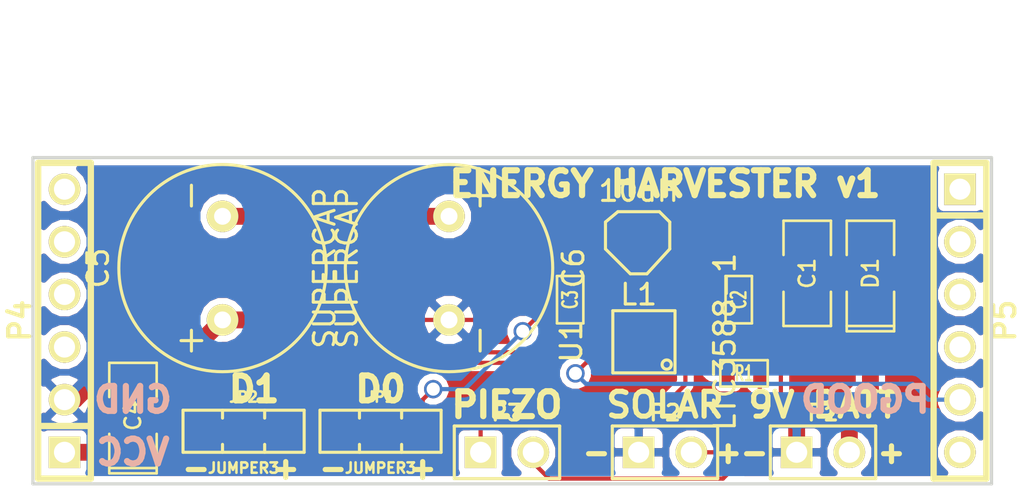
<source format=kicad_pcb>
(kicad_pcb (version 3) (host pcbnew "(2013-jul-07)-stable")

  (general
    (links 30)
    (no_connects 0)
    (area 23.9522 31.707001 73.0758 54.965601)
    (thickness 1.6)
    (drawings 22)
    (tracks 95)
    (zones 0)
    (modules 17)
    (nets 15)
  )

  (page A3)
  (layers
    (15 F.Cu signal)
    (0 B.Cu signal)
    (16 B.Adhes user)
    (17 F.Adhes user)
    (18 B.Paste user)
    (19 F.Paste user)
    (20 B.SilkS user)
    (21 F.SilkS user)
    (22 B.Mask user)
    (23 F.Mask user)
    (24 Dwgs.User user)
    (25 Cmts.User user)
    (26 Eco1.User user)
    (27 Eco2.User user)
    (28 Edge.Cuts user)
  )

  (setup
    (last_trace_width 0.2032)
    (user_trace_width 0.8128)
    (trace_clearance 0.2032)
    (zone_clearance 0.3)
    (zone_45_only no)
    (trace_min 0.2032)
    (segment_width 0.2)
    (edge_width 0.15)
    (via_size 0.889)
    (via_drill 0.635)
    (via_min_size 0.889)
    (via_min_drill 0.508)
    (uvia_size 0.508)
    (uvia_drill 0.127)
    (uvias_allowed no)
    (uvia_min_size 0.508)
    (uvia_min_drill 0.127)
    (pcb_text_width 0.3)
    (pcb_text_size 1 1)
    (mod_edge_width 0.15)
    (mod_text_size 1 1)
    (mod_text_width 0.15)
    (pad_size 0.305 0.889)
    (pad_drill 0)
    (pad_to_mask_clearance 0)
    (aux_axis_origin 0 0)
    (visible_elements FFFFFFBF)
    (pcbplotparams
      (layerselection 3178497)
      (usegerberextensions true)
      (excludeedgelayer true)
      (linewidth 0.150000)
      (plotframeref false)
      (viasonmask false)
      (mode 1)
      (useauxorigin false)
      (hpglpennumber 1)
      (hpglpenspeed 20)
      (hpglpendiameter 15)
      (hpglpenoverlay 2)
      (psnegative false)
      (psa4output false)
      (plotreference true)
      (plotvalue true)
      (plotothertext true)
      (plotinvisibletext false)
      (padsonsilk false)
      (subtractmaskfromsilk false)
      (outputformat 1)
      (mirror false)
      (drillshape 1)
      (scaleselection 1)
      (outputdirectory ""))
  )

  (net 0 "")
  (net 1 /PGOOD)
  (net 2 /VIN2)
  (net 3 GND)
  (net 4 N-0000011)
  (net 5 N-0000012)
  (net 6 N-0000013)
  (net 7 N-0000014)
  (net 8 N-0000015)
  (net 9 N-0000017)
  (net 10 N-0000018)
  (net 11 N-0000020)
  (net 12 N-0000022)
  (net 13 N-0000023)
  (net 14 VCC)

  (net_class Default "This is the default net class."
    (clearance 0.2032)
    (trace_width 0.2032)
    (via_dia 0.889)
    (via_drill 0.635)
    (uvia_dia 0.508)
    (uvia_drill 0.127)
    (add_net "")
    (add_net /PGOOD)
    (add_net /VIN2)
    (add_net GND)
    (add_net N-0000011)
    (add_net N-0000012)
    (add_net N-0000013)
    (add_net N-0000014)
    (add_net N-0000015)
    (add_net N-0000017)
    (add_net N-0000018)
    (add_net N-0000020)
    (add_net N-0000022)
    (add_net N-0000023)
    (add_net VCC)
  )

  (module SM1206POL (layer F.Cu) (tedit 42806E4C) (tstamp 53C5057D)
    (at 30.226 51.562 90)
    (path /53C3E740)
    (attr smd)
    (fp_text reference C4 (at 0 0 90) (layer F.SilkS)
      (effects (font (size 0.762 0.762) (thickness 0.127)))
    )
    (fp_text value 10uF (at 0 0 90) (layer F.SilkS) hide
      (effects (font (size 0.762 0.762) (thickness 0.127)))
    )
    (fp_line (start -2.54 -1.143) (end -2.794 -1.143) (layer F.SilkS) (width 0.127))
    (fp_line (start -2.794 -1.143) (end -2.794 1.143) (layer F.SilkS) (width 0.127))
    (fp_line (start -2.794 1.143) (end -2.54 1.143) (layer F.SilkS) (width 0.127))
    (fp_line (start -2.54 -1.143) (end -2.54 1.143) (layer F.SilkS) (width 0.127))
    (fp_line (start -2.54 1.143) (end -0.889 1.143) (layer F.SilkS) (width 0.127))
    (fp_line (start 0.889 -1.143) (end 2.54 -1.143) (layer F.SilkS) (width 0.127))
    (fp_line (start 2.54 -1.143) (end 2.54 1.143) (layer F.SilkS) (width 0.127))
    (fp_line (start 2.54 1.143) (end 0.889 1.143) (layer F.SilkS) (width 0.127))
    (fp_line (start -0.889 -1.143) (end -2.54 -1.143) (layer F.SilkS) (width 0.127))
    (pad 1 smd rect (at -1.651 0 90) (size 1.524 2.032)
      (layers F.Cu F.Paste F.Mask)
      (net 14 VCC)
    )
    (pad 2 smd rect (at 1.651 0 90) (size 1.524 2.032)
      (layers F.Cu F.Paste F.Mask)
      (net 3 GND)
    )
    (model smd/chip_cms_pol.wrl
      (at (xyz 0 0 0))
      (scale (xyz 0.17 0.16 0.16))
      (rotate (xyz 0 0 0))
    )
  )

  (module SM1206 (layer F.Cu) (tedit 42806E24) (tstamp 53C50589)
    (at 62.738 44.704 270)
    (path /53C3E605)
    (attr smd)
    (fp_text reference C1 (at 0 0 270) (layer F.SilkS)
      (effects (font (size 0.762 0.762) (thickness 0.127)))
    )
    (fp_text value 100uF (at 0 0 270) (layer F.SilkS) hide
      (effects (font (size 0.762 0.762) (thickness 0.127)))
    )
    (fp_line (start -2.54 -1.143) (end -2.54 1.143) (layer F.SilkS) (width 0.127))
    (fp_line (start -2.54 1.143) (end -0.889 1.143) (layer F.SilkS) (width 0.127))
    (fp_line (start 0.889 -1.143) (end 2.54 -1.143) (layer F.SilkS) (width 0.127))
    (fp_line (start 2.54 -1.143) (end 2.54 1.143) (layer F.SilkS) (width 0.127))
    (fp_line (start 2.54 1.143) (end 0.889 1.143) (layer F.SilkS) (width 0.127))
    (fp_line (start -0.889 -1.143) (end -2.54 -1.143) (layer F.SilkS) (width 0.127))
    (pad 1 smd rect (at -1.651 0 270) (size 1.524 2.032)
      (layers F.Cu F.Paste F.Mask)
      (net 13 N-0000023)
    )
    (pad 2 smd rect (at 1.651 0 270) (size 1.524 2.032)
      (layers F.Cu F.Paste F.Mask)
      (net 3 GND)
    )
    (model smd/chip_cms.wrl
      (at (xyz 0 0 0))
      (scale (xyz 0.17 0.16 0.16))
      (rotate (xyz 0 0 0))
    )
  )

  (module SM0603 (layer F.Cu) (tedit 455C3716) (tstamp 53C50593)
    (at 59.69 49.53 180)
    (path /53C3E509)
    (attr smd)
    (fp_text reference R1 (at 0 0 180) (layer F.SilkS)
      (effects (font (size 0.7112 0.4572) (thickness 0.127)))
    )
    (fp_text value 300R (at 0 0 180) (layer F.SilkS) hide
      (effects (font (size 0.7112 0.4572) (thickness 0.127)))
    )
    (fp_line (start -1.143 -0.635) (end 1.143 -0.635) (layer F.SilkS) (width 0.127))
    (fp_line (start 1.143 -0.635) (end 1.143 0.635) (layer F.SilkS) (width 0.127))
    (fp_line (start 1.143 0.635) (end -1.143 0.635) (layer F.SilkS) (width 0.127))
    (fp_line (start -1.143 0.635) (end -1.143 -0.635) (layer F.SilkS) (width 0.127))
    (pad 1 smd rect (at -0.762 0 180) (size 0.635 1.143)
      (layers F.Cu F.Paste F.Mask)
      (net 11 N-0000020)
    )
    (pad 2 smd rect (at 0.762 0 180) (size 0.635 1.143)
      (layers F.Cu F.Paste F.Mask)
      (net 4 N-0000011)
    )
    (model smd/chip_cms.wrl
      (at (xyz 0 0 0))
      (scale (xyz 0.08 0.08 0.08))
      (rotate (xyz 0 0 0))
    )
  )

  (module SM0603 (layer F.Cu) (tedit 455C3716) (tstamp 53C5059D)
    (at 59.436 45.974 270)
    (path /53C3E62B)
    (attr smd)
    (fp_text reference C2 (at 0 0 270) (layer F.SilkS)
      (effects (font (size 0.7112 0.4572) (thickness 0.127)))
    )
    (fp_text value 1uF (at 0 0 270) (layer F.SilkS) hide
      (effects (font (size 0.7112 0.4572) (thickness 0.127)))
    )
    (fp_line (start -1.143 -0.635) (end 1.143 -0.635) (layer F.SilkS) (width 0.127))
    (fp_line (start 1.143 -0.635) (end 1.143 0.635) (layer F.SilkS) (width 0.127))
    (fp_line (start 1.143 0.635) (end -1.143 0.635) (layer F.SilkS) (width 0.127))
    (fp_line (start -1.143 0.635) (end -1.143 -0.635) (layer F.SilkS) (width 0.127))
    (pad 1 smd rect (at -0.762 0 270) (size 0.635 1.143)
      (layers F.Cu F.Paste F.Mask)
      (net 13 N-0000023)
    )
    (pad 2 smd rect (at 0.762 0 270) (size 0.635 1.143)
      (layers F.Cu F.Paste F.Mask)
      (net 10 N-0000018)
    )
    (model smd/chip_cms.wrl
      (at (xyz 0 0 0))
      (scale (xyz 0.08 0.08 0.08))
      (rotate (xyz 0 0 0))
    )
  )

  (module SM0603 (layer F.Cu) (tedit 455C3716) (tstamp 53C505A7)
    (at 51.308 45.974 90)
    (path /53C3E69E)
    (attr smd)
    (fp_text reference C3 (at 0 0 90) (layer F.SilkS)
      (effects (font (size 0.7112 0.4572) (thickness 0.127)))
    )
    (fp_text value 4.7uF (at 0 0 90) (layer F.SilkS) hide
      (effects (font (size 0.7112 0.4572) (thickness 0.127)))
    )
    (fp_line (start -1.143 -0.635) (end 1.143 -0.635) (layer F.SilkS) (width 0.127))
    (fp_line (start 1.143 -0.635) (end 1.143 0.635) (layer F.SilkS) (width 0.127))
    (fp_line (start 1.143 0.635) (end -1.143 0.635) (layer F.SilkS) (width 0.127))
    (fp_line (start -1.143 0.635) (end -1.143 -0.635) (layer F.SilkS) (width 0.127))
    (pad 1 smd rect (at -0.762 0 90) (size 0.635 1.143)
      (layers F.Cu F.Paste F.Mask)
      (net 2 /VIN2)
    )
    (pad 2 smd rect (at 0.762 0 90) (size 0.635 1.143)
      (layers F.Cu F.Paste F.Mask)
      (net 3 GND)
    )
    (model smd/chip_cms.wrl
      (at (xyz 0 0 0))
      (scale (xyz 0.08 0.08 0.08))
      (rotate (xyz 0 0 0))
    )
  )

  (module PIN_ARRAY_2X1 (layer F.Cu) (tedit 4565C520) (tstamp 53C505C9)
    (at 55.88 53.34)
    (descr "Connecteurs 2 pins")
    (tags "CONN DEV")
    (path /53C3E518)
    (fp_text reference P2 (at 0 -1.905) (layer F.SilkS)
      (effects (font (size 0.762 0.762) (thickness 0.1524)))
    )
    (fp_text value CONN_2 (at 0 -1.905) (layer F.SilkS) hide
      (effects (font (size 0.762 0.762) (thickness 0.1524)))
    )
    (fp_line (start -2.54 1.27) (end -2.54 -1.27) (layer F.SilkS) (width 0.1524))
    (fp_line (start -2.54 -1.27) (end 2.54 -1.27) (layer F.SilkS) (width 0.1524))
    (fp_line (start 2.54 -1.27) (end 2.54 1.27) (layer F.SilkS) (width 0.1524))
    (fp_line (start 2.54 1.27) (end -2.54 1.27) (layer F.SilkS) (width 0.1524))
    (pad 1 thru_hole rect (at -1.27 0) (size 1.524 1.524) (drill 1.016)
      (layers *.Cu *.Mask F.SilkS)
      (net 3 GND)
    )
    (pad 2 thru_hole circle (at 1.27 0) (size 1.524 1.524) (drill 1.016)
      (layers *.Cu *.Mask F.SilkS)
      (net 11 N-0000020)
    )
    (model pin_array/pins_array_2x1.wrl
      (at (xyz 0 0 0))
      (scale (xyz 1 1 1))
      (rotate (xyz 0 0 0))
    )
  )

  (module PIN_ARRAY_2X1 (layer F.Cu) (tedit 4565C520) (tstamp 53C505D3)
    (at 63.5 53.34)
    (descr "Connecteurs 2 pins")
    (tags "CONN DEV")
    (path /53C3E558)
    (fp_text reference P1 (at 0 -1.905) (layer F.SilkS)
      (effects (font (size 0.762 0.762) (thickness 0.1524)))
    )
    (fp_text value CONN_2 (at 0 -1.905) (layer F.SilkS) hide
      (effects (font (size 0.762 0.762) (thickness 0.1524)))
    )
    (fp_line (start -2.54 1.27) (end -2.54 -1.27) (layer F.SilkS) (width 0.1524))
    (fp_line (start -2.54 -1.27) (end 2.54 -1.27) (layer F.SilkS) (width 0.1524))
    (fp_line (start 2.54 -1.27) (end 2.54 1.27) (layer F.SilkS) (width 0.1524))
    (fp_line (start 2.54 1.27) (end -2.54 1.27) (layer F.SilkS) (width 0.1524))
    (pad 1 thru_hole rect (at -1.27 0) (size 1.524 1.524) (drill 1.016)
      (layers *.Cu *.Mask F.SilkS)
      (net 3 GND)
    )
    (pad 2 thru_hole circle (at 1.27 0) (size 1.524 1.524) (drill 1.016)
      (layers *.Cu *.Mask F.SilkS)
      (net 9 N-0000017)
    )
    (model pin_array/pins_array_2x1.wrl
      (at (xyz 0 0 0))
      (scale (xyz 1 1 1))
      (rotate (xyz 0 0 0))
    )
  )

  (module PIN_ARRAY_2X1 (layer F.Cu) (tedit 4565C520) (tstamp 53C505DD)
    (at 48.26 53.34)
    (descr "Connecteurs 2 pins")
    (tags "CONN DEV")
    (path /53C3E922)
    (fp_text reference P3 (at 0 -1.905) (layer F.SilkS)
      (effects (font (size 0.762 0.762) (thickness 0.1524)))
    )
    (fp_text value CONN_2 (at 0 -1.905) (layer F.SilkS) hide
      (effects (font (size 0.762 0.762) (thickness 0.1524)))
    )
    (fp_line (start -2.54 1.27) (end -2.54 -1.27) (layer F.SilkS) (width 0.1524))
    (fp_line (start -2.54 -1.27) (end 2.54 -1.27) (layer F.SilkS) (width 0.1524))
    (fp_line (start 2.54 -1.27) (end 2.54 1.27) (layer F.SilkS) (width 0.1524))
    (fp_line (start 2.54 1.27) (end -2.54 1.27) (layer F.SilkS) (width 0.1524))
    (pad 1 thru_hole rect (at -1.27 0) (size 1.524 1.524) (drill 1.016)
      (layers *.Cu *.Mask F.SilkS)
      (net 4 N-0000011)
    )
    (pad 2 thru_hole circle (at 1.27 0) (size 1.524 1.524) (drill 1.016)
      (layers *.Cu *.Mask F.SilkS)
      (net 5 N-0000012)
    )
    (model pin_array/pins_array_2x1.wrl
      (at (xyz 0 0 0))
      (scale (xyz 1 1 1))
      (rotate (xyz 0 0 0))
    )
  )

  (module PIN_ARRAY-6X1 (layer F.Cu) (tedit 41402119) (tstamp 53C505EC)
    (at 26.924 46.99 90)
    (descr "Connecteur 6 pins")
    (tags "CONN DEV")
    (path /53C4FACB)
    (fp_text reference P4 (at 0 -2.159 90) (layer F.SilkS)
      (effects (font (size 1.016 1.016) (thickness 0.2032)))
    )
    (fp_text value CONN_6 (at 0 2.159 90) (layer F.SilkS) hide
      (effects (font (size 1.016 0.889) (thickness 0.2032)))
    )
    (fp_line (start -7.62 1.27) (end -7.62 -1.27) (layer F.SilkS) (width 0.3048))
    (fp_line (start -7.62 -1.27) (end 7.62 -1.27) (layer F.SilkS) (width 0.3048))
    (fp_line (start 7.62 -1.27) (end 7.62 1.27) (layer F.SilkS) (width 0.3048))
    (fp_line (start 7.62 1.27) (end -7.62 1.27) (layer F.SilkS) (width 0.3048))
    (fp_line (start -5.08 1.27) (end -5.08 -1.27) (layer F.SilkS) (width 0.3048))
    (pad 1 thru_hole rect (at -6.35 0 90) (size 1.524 1.524) (drill 1.016)
      (layers *.Cu *.Mask F.SilkS)
      (net 14 VCC)
    )
    (pad 2 thru_hole circle (at -3.81 0 90) (size 1.524 1.524) (drill 1.016)
      (layers *.Cu *.Mask F.SilkS)
      (net 3 GND)
    )
    (pad 3 thru_hole circle (at -1.27 0 90) (size 1.524 1.524) (drill 1.016)
      (layers *.Cu *.Mask F.SilkS)
    )
    (pad 4 thru_hole circle (at 1.27 0 90) (size 1.524 1.524) (drill 1.016)
      (layers *.Cu *.Mask F.SilkS)
    )
    (pad 5 thru_hole circle (at 3.81 0 90) (size 1.524 1.524) (drill 1.016)
      (layers *.Cu *.Mask F.SilkS)
    )
    (pad 6 thru_hole circle (at 6.35 0 90) (size 1.524 1.524) (drill 1.016)
      (layers *.Cu *.Mask F.SilkS)
    )
    (model pin_array/pins_array_6x1.wrl
      (at (xyz 0 0 0))
      (scale (xyz 1 1 1))
      (rotate (xyz 0 0 0))
    )
  )

  (module PIN_ARRAY-6X1 (layer F.Cu) (tedit 41402119) (tstamp 53C505FB)
    (at 70.104 46.99 270)
    (descr "Connecteur 6 pins")
    (tags "CONN DEV")
    (path /53C4FADA)
    (fp_text reference P5 (at 0 -2.159 270) (layer F.SilkS)
      (effects (font (size 1.016 1.016) (thickness 0.2032)))
    )
    (fp_text value CONN_6 (at 0 2.159 270) (layer F.SilkS) hide
      (effects (font (size 1.016 0.889) (thickness 0.2032)))
    )
    (fp_line (start -7.62 1.27) (end -7.62 -1.27) (layer F.SilkS) (width 0.3048))
    (fp_line (start -7.62 -1.27) (end 7.62 -1.27) (layer F.SilkS) (width 0.3048))
    (fp_line (start 7.62 -1.27) (end 7.62 1.27) (layer F.SilkS) (width 0.3048))
    (fp_line (start 7.62 1.27) (end -7.62 1.27) (layer F.SilkS) (width 0.3048))
    (fp_line (start -5.08 1.27) (end -5.08 -1.27) (layer F.SilkS) (width 0.3048))
    (pad 1 thru_hole rect (at -6.35 0 270) (size 1.524 1.524) (drill 1.016)
      (layers *.Cu *.Mask F.SilkS)
    )
    (pad 2 thru_hole circle (at -3.81 0 270) (size 1.524 1.524) (drill 1.016)
      (layers *.Cu *.Mask F.SilkS)
    )
    (pad 3 thru_hole circle (at -1.27 0 270) (size 1.524 1.524) (drill 1.016)
      (layers *.Cu *.Mask F.SilkS)
    )
    (pad 4 thru_hole circle (at 1.27 0 270) (size 1.524 1.524) (drill 1.016)
      (layers *.Cu *.Mask F.SilkS)
    )
    (pad 5 thru_hole circle (at 3.81 0 270) (size 1.524 1.524) (drill 1.016)
      (layers *.Cu *.Mask F.SilkS)
      (net 1 /PGOOD)
    )
    (pad 6 thru_hole circle (at 6.35 0 270) (size 1.524 1.524) (drill 1.016)
      (layers *.Cu *.Mask F.SilkS)
    )
    (model pin_array/pins_array_6x1.wrl
      (at (xyz 0 0 0))
      (scale (xyz 1 1 1))
      (rotate (xyz 0 0 0))
    )
  )

  (module SUPERCAP_ESHSR-0010C0-002R7 (layer F.Cu) (tedit 53C51179) (tstamp 53C5676B)
    (at 34.544 44.45 90)
    (path /53C3E8A4)
    (fp_text reference C5 (at 0 -6 90) (layer F.SilkS)
      (effects (font (size 1 1) (thickness 0.15)))
    )
    (fp_text value SUPERCAP (at 0 6 90) (layer F.SilkS)
      (effects (font (size 1 1) (thickness 0.15)))
    )
    (fp_line (start 3 -1.5) (end 4 -1.5) (layer F.SilkS) (width 0.15))
    (fp_line (start -4 -1.5) (end -3 -1.5) (layer F.SilkS) (width 0.15))
    (fp_line (start -3.5 -1) (end -3.5 -2) (layer F.SilkS) (width 0.15))
    (fp_circle (center 0 0) (end -5 0) (layer F.SilkS) (width 0.15))
    (pad 1 thru_hole circle (at -2.5 0 90) (size 1.524 1.524) (drill 0.8128)
      (layers *.Cu *.Mask F.SilkS)
      (net 14 VCC)
    )
    (pad 2 thru_hole circle (at 2.5 0 90) (size 1.524 1.524) (drill 0.8128)
      (layers *.Cu *.Mask F.SilkS)
      (net 7 N-0000014)
    )
  )

  (module SM0805_JUMPER3 (layer F.Cu) (tedit 53C50C10) (tstamp 53C5677A)
    (at 42.164 52.324)
    (path /53C50811)
    (fp_text reference JP1 (at 0 -1.651) (layer F.SilkS)
      (effects (font (size 0.50038 0.50038) (thickness 0.12446)))
    )
    (fp_text value JUMPER3 (at 0 1.778) (layer F.SilkS)
      (effects (font (size 0.50038 0.50038) (thickness 0.12446)))
    )
    (fp_line (start -1.016 1.016) (end -1.016 0.635) (layer F.SilkS) (width 0.15))
    (fp_line (start -1.016 -1.016) (end -1.016 -0.635) (layer F.SilkS) (width 0.15))
    (fp_line (start 1.016 1.016) (end 1.016 0.635) (layer F.SilkS) (width 0.15))
    (fp_line (start 1.016 -1.016) (end 1.016 -0.635) (layer F.SilkS) (width 0.15))
    (fp_line (start 2.921 -1.016) (end -2.921 -1.016) (layer F.SilkS) (width 0.15))
    (fp_line (start -2.921 -1.016) (end -2.921 1.016) (layer F.SilkS) (width 0.15))
    (fp_line (start -2.921 1.016) (end 2.921 1.016) (layer F.SilkS) (width 0.15))
    (fp_line (start 2.921 1.016) (end 2.921 -1.016) (layer F.SilkS) (width 0.15))
    (pad 1 smd rect (at -2.04216 0) (size 1.09982 1.39954)
      (layers F.Cu F.Paste F.Mask)
      (net 3 GND)
      (solder_mask_margin 0.09906)
    )
    (pad 2 smd rect (at 0.01016 0) (size 1.09982 1.39954)
      (layers F.Cu F.Paste F.Mask)
      (net 8 N-0000015)
      (solder_mask_margin 0.09906)
    )
    (pad 3 smd rect (at 2.032 0) (size 1.09982 1.39954)
      (layers F.Cu F.Paste F.Mask)
      (net 2 /VIN2)
    )
  )

  (module SM0805_JUMPER3 (layer F.Cu) (tedit 53C50C10) (tstamp 53C56789)
    (at 35.56 52.324)
    (path /53C50820)
    (fp_text reference JP2 (at 0 -1.651) (layer F.SilkS)
      (effects (font (size 0.50038 0.50038) (thickness 0.12446)))
    )
    (fp_text value JUMPER3 (at 0 1.778) (layer F.SilkS)
      (effects (font (size 0.50038 0.50038) (thickness 0.12446)))
    )
    (fp_line (start -1.016 1.016) (end -1.016 0.635) (layer F.SilkS) (width 0.15))
    (fp_line (start -1.016 -1.016) (end -1.016 -0.635) (layer F.SilkS) (width 0.15))
    (fp_line (start 1.016 1.016) (end 1.016 0.635) (layer F.SilkS) (width 0.15))
    (fp_line (start 1.016 -1.016) (end 1.016 -0.635) (layer F.SilkS) (width 0.15))
    (fp_line (start 2.921 -1.016) (end -2.921 -1.016) (layer F.SilkS) (width 0.15))
    (fp_line (start -2.921 -1.016) (end -2.921 1.016) (layer F.SilkS) (width 0.15))
    (fp_line (start -2.921 1.016) (end 2.921 1.016) (layer F.SilkS) (width 0.15))
    (fp_line (start 2.921 1.016) (end 2.921 -1.016) (layer F.SilkS) (width 0.15))
    (pad 1 smd rect (at -2.04216 0) (size 1.09982 1.39954)
      (layers F.Cu F.Paste F.Mask)
      (net 3 GND)
      (solder_mask_margin 0.09906)
    )
    (pad 2 smd rect (at 0.01016 0) (size 1.09982 1.39954)
      (layers F.Cu F.Paste F.Mask)
      (net 6 N-0000013)
      (solder_mask_margin 0.09906)
    )
    (pad 3 smd rect (at 2.032 0) (size 1.09982 1.39954)
      (layers F.Cu F.Paste F.Mask)
      (net 2 /VIN2)
    )
  )

  (module INDUCTOR-CDRH2D18-LD (layer F.Cu) (tedit 53C50E1D) (tstamp 53C56797)
    (at 54.61 42.926 180)
    (path /53C3E7E4)
    (fp_text reference L1 (at 0 -2.8 180) (layer F.SilkS)
      (effects (font (size 1 1) (thickness 0.15)))
    )
    (fp_text value 10uH (at 0 2.2 180) (layer F.SilkS)
      (effects (font (size 1 1) (thickness 0.15)))
    )
    (fp_line (start -1.5 -0.6) (end -0.4 -1.8) (layer F.SilkS) (width 0.15))
    (fp_line (start -0.4 -1.8) (end 0.4 -1.8) (layer F.SilkS) (width 0.15))
    (fp_line (start 0.4 -1.8) (end 1.6 -0.6) (layer F.SilkS) (width 0.15))
    (fp_line (start 1.6 -0.6) (end 1.6 0.7) (layer F.SilkS) (width 0.15))
    (fp_line (start 1.6 0.7) (end 1 1.2) (layer F.SilkS) (width 0.15))
    (fp_line (start 1 1.2) (end -1 1.2) (layer F.SilkS) (width 0.15))
    (fp_line (start -1 1.2) (end -1.5 0.7) (layer F.SilkS) (width 0.15))
    (fp_line (start -1.5 0.7) (end -1.5 -0.6) (layer F.SilkS) (width 0.15))
    (pad 1 smd rect (at -1.5 0 180) (size 1.3 1.3)
      (layers F.Cu F.Paste F.Mask)
      (net 12 N-0000022)
    )
    (pad 2 smd rect (at 1.5 0 180) (size 1.3 1.3)
      (layers F.Cu F.Paste F.Mask)
      (net 14 VCC)
    )
  )

  (module LTC3588-1-MSOP10 (layer F.Cu) (tedit 53C5326D) (tstamp 53C5DD6B)
    (at 54.864 48.006 90)
    (path /53C3E4FA)
    (solder_mask_margin 0.1)
    (solder_paste_margin 0.1)
    (clearance 0.1)
    (fp_text reference U1 (at 0 -3.5 90) (layer F.SilkS)
      (effects (font (size 1 1) (thickness 0.15)))
    )
    (fp_text value LTC3588-1 (at 0 3.9 90) (layer F.SilkS)
      (effects (font (size 1 1) (thickness 0.15)))
    )
    (fp_circle (center -1.1 1.1) (end -0.9 1.2) (layer F.SilkS) (width 0.15))
    (fp_line (start -1.5 -1.5) (end 1.5 -1.5) (layer F.SilkS) (width 0.15))
    (fp_line (start 1.5 -1.5) (end 1.5 1.5) (layer F.SilkS) (width 0.15))
    (fp_line (start 1.5 1.5) (end -1.5 1.5) (layer F.SilkS) (width 0.15))
    (fp_line (start -1.5 1.5) (end -1.5 -1.5) (layer F.SilkS) (width 0.15))
    (pad 11 smd rect (at 0 0 90) (size 1.88 1.68)
      (layers F.Cu F.Paste F.Mask)
      (net 3 GND)
    )
    (pad 1 smd rect (at -1 2 90) (size 0.305 0.889)
      (layers F.Cu F.Paste F.Mask)
      (net 4 N-0000011)
    )
    (pad 2 smd rect (at -0.5 2 90) (size 0.305 0.889)
      (layers F.Cu F.Paste F.Mask)
      (net 5 N-0000012)
    )
    (pad 3 smd rect (at 0 2 90) (size 0.305 0.889)
      (layers F.Cu F.Paste F.Mask)
      (net 10 N-0000018)
    )
    (pad 4 smd rect (at 0.5 2 90) (size 0.305 0.889)
      (layers F.Cu F.Paste F.Mask)
      (net 13 N-0000023)
    )
    (pad 5 smd rect (at 1 2 90) (size 0.305 0.889)
      (layers F.Cu F.Paste F.Mask)
      (net 12 N-0000022)
    )
    (pad 6 smd rect (at 1 -2 90) (size 0.305 0.889)
      (layers F.Cu F.Paste F.Mask)
      (net 14 VCC)
    )
    (pad 7 smd rect (at 0.5 -2 90) (size 0.305 0.889)
      (layers F.Cu F.Paste F.Mask)
      (net 2 /VIN2)
    )
    (pad 8 smd rect (at 0 -2 90) (size 0.305 0.889)
      (layers F.Cu F.Paste F.Mask)
      (net 6 N-0000013)
    )
    (pad 9 smd rect (at -0.5 -2 90) (size 0.305 0.889)
      (layers F.Cu F.Paste F.Mask)
      (net 8 N-0000015)
    )
    (pad 10 smd rect (at -1 -2 90) (size 0.305 0.889)
      (layers F.Cu F.Paste F.Mask)
      (net 1 /PGOOD)
    )
  )

  (module SM1206POL (layer F.Cu) (tedit 42806E4C) (tstamp 53C5056E)
    (at 65.786 44.704 90)
    (path /53C3E57D)
    (attr smd)
    (fp_text reference D1 (at 0 0 90) (layer F.SilkS)
      (effects (font (size 0.762 0.762) (thickness 0.127)))
    )
    (fp_text value DIODESCH (at 0 0 90) (layer F.SilkS) hide
      (effects (font (size 0.762 0.762) (thickness 0.127)))
    )
    (fp_line (start -2.54 -1.143) (end -2.794 -1.143) (layer F.SilkS) (width 0.127))
    (fp_line (start -2.794 -1.143) (end -2.794 1.143) (layer F.SilkS) (width 0.127))
    (fp_line (start -2.794 1.143) (end -2.54 1.143) (layer F.SilkS) (width 0.127))
    (fp_line (start -2.54 -1.143) (end -2.54 1.143) (layer F.SilkS) (width 0.127))
    (fp_line (start -2.54 1.143) (end -0.889 1.143) (layer F.SilkS) (width 0.127))
    (fp_line (start 0.889 -1.143) (end 2.54 -1.143) (layer F.SilkS) (width 0.127))
    (fp_line (start 2.54 -1.143) (end 2.54 1.143) (layer F.SilkS) (width 0.127))
    (fp_line (start 2.54 1.143) (end 0.889 1.143) (layer F.SilkS) (width 0.127))
    (fp_line (start -0.889 -1.143) (end -2.54 -1.143) (layer F.SilkS) (width 0.127))
    (pad 1 smd rect (at -1.651 0 90) (size 1.524 2.032)
      (layers F.Cu F.Paste F.Mask)
      (net 9 N-0000017)
    )
    (pad 2 smd rect (at 1.651 0 90) (size 1.524 2.032)
      (layers F.Cu F.Paste F.Mask)
      (net 13 N-0000023)
    )
    (model smd/chip_cms_pol.wrl
      (at (xyz 0 0 0))
      (scale (xyz 0.17 0.16 0.16))
      (rotate (xyz 0 0 0))
    )
  )

  (module SUPERCAP_ESHSR-0010C0-002R7 (layer F.Cu) (tedit 53C51179) (tstamp 53C6D119)
    (at 45.466 44.45 270)
    (path /53C6BB4A)
    (fp_text reference C6 (at 0 -6 270) (layer F.SilkS)
      (effects (font (size 1 1) (thickness 0.15)))
    )
    (fp_text value SUPERCAP (at 0 6 270) (layer F.SilkS)
      (effects (font (size 1 1) (thickness 0.15)))
    )
    (fp_line (start 3 -1.5) (end 4 -1.5) (layer F.SilkS) (width 0.15))
    (fp_line (start -4 -1.5) (end -3 -1.5) (layer F.SilkS) (width 0.15))
    (fp_line (start -3.5 -1) (end -3.5 -2) (layer F.SilkS) (width 0.15))
    (fp_circle (center 0 0) (end -5 0) (layer F.SilkS) (width 0.15))
    (pad 1 thru_hole circle (at -2.5 0 270) (size 1.524 1.524) (drill 0.8128)
      (layers *.Cu *.Mask F.SilkS)
      (net 7 N-0000014)
    )
    (pad 2 thru_hole circle (at 2.5 0 270) (size 1.524 1.524) (drill 0.8128)
      (layers *.Cu *.Mask F.SilkS)
      (net 3 GND)
    )
  )

  (gr_text "ENERGY HARVESTER v1" (at 55.88 40.386) (layer F.SilkS)
    (effects (font (size 1.2 1.2) (thickness 0.3)))
  )
  (gr_text + (at 44.196 54.102) (layer F.SilkS)
    (effects (font (size 1 1) (thickness 0.25)))
  )
  (gr_text - (at 39.878 54.102) (layer F.SilkS)
    (effects (font (size 1 1) (thickness 0.25)))
  )
  (gr_text - (at 33.274 54.102) (layer F.SilkS)
    (effects (font (size 1 1) (thickness 0.25)))
  )
  (gr_text + (at 37.592 54.102) (layer F.SilkS)
    (effects (font (size 1 1) (thickness 0.25)))
  )
  (gr_text D1 (at 36.068 50.292) (layer F.SilkS)
    (effects (font (size 1.2 1.2) (thickness 0.3)))
  )
  (gr_text D0 (at 42.164 50.292) (layer F.SilkS)
    (effects (font (size 1.2 1.2) (thickness 0.3)))
  )
  (gr_text VCC (at 30.226 53.34) (layer B.SilkS)
    (effects (font (size 1.2 1.2) (thickness 0.3)) (justify mirror))
  )
  (gr_text GND (at 30.226 50.8) (layer B.SilkS)
    (effects (font (size 1.2 1.2) (thickness 0.3)) (justify mirror))
  )
  (gr_text PGOOD (at 65.532 50.8) (layer B.SilkS)
    (effects (font (size 1.2 1.2) (thickness 0.3)) (justify mirror))
  )
  (gr_text - (at 52.578 53.34) (layer F.SilkS)
    (effects (font (size 1 1) (thickness 0.25)))
  )
  (gr_text + (at 58.928 53.34) (layer F.SilkS)
    (effects (font (size 1 1) (thickness 0.25)))
  )
  (gr_text - (at 60.198 53.34) (layer F.SilkS)
    (effects (font (size 1 1) (thickness 0.25)))
  )
  (gr_text + (at 66.802 53.34) (layer F.SilkS)
    (effects (font (size 1 1) (thickness 0.25)))
  )
  (gr_text PIEZO (at 48.26 51.054) (layer F.SilkS)
    (effects (font (size 1.2 1.2) (thickness 0.3)))
  )
  (gr_text SOLAR (at 55.88 51.054) (layer F.SilkS)
    (effects (font (size 1.2 1.2) (thickness 0.25)))
  )
  (gr_text "9V BATT" (at 63.5 51.054) (layer F.SilkS)
    (effects (font (size 1.2 1.2) (thickness 0.25)))
  )
  (gr_line (start 25.4 54.864) (end 25.4 39.116) (angle 90) (layer Edge.Cuts) (width 0.15))
  (gr_line (start 71.628 54.864) (end 25.4 54.864) (angle 90) (layer Edge.Cuts) (width 0.15))
  (gr_line (start 71.628 39.116) (end 71.628 54.864) (angle 90) (layer Edge.Cuts) (width 0.15))
  (gr_line (start 25.4 39.116) (end 71.628 39.116) (angle 90) (layer Edge.Cuts) (width 0.15))
  (dimension 43.18 (width 0.25) (layer Dwgs.User)
    (gr_text "1,7000 in" (at 48.514 32.782001) (layer Dwgs.User)
      (effects (font (size 1 1) (thickness 0.25)))
    )
    (feature1 (pts (xy 70.104 37.592) (xy 70.104 31.782001)))
    (feature2 (pts (xy 26.924 37.592) (xy 26.924 31.782001)))
    (crossbar (pts (xy 26.924 33.782001) (xy 70.104 33.782001)))
    (arrow1a (pts (xy 70.104 33.782001) (xy 68.977497 34.368421)))
    (arrow1b (pts (xy 70.104 33.782001) (xy 68.977497 33.195581)))
    (arrow2a (pts (xy 26.924 33.782001) (xy 28.050503 34.368421)))
    (arrow2b (pts (xy 26.924 33.782001) (xy 28.050503 33.195581)))
  )

  (segment (start 52.864 49.006) (end 52.086 49.006) (width 0.2032) (layer F.Cu) (net 1) (status 400000))
  (segment (start 68.58 50.8) (end 70.104 50.8) (width 0.2032) (layer B.Cu) (net 1) (tstamp 53C6D51F) (status 800000))
  (segment (start 67.818 50.038) (end 68.58 50.8) (width 0.2032) (layer B.Cu) (net 1) (tstamp 53C6D51A))
  (segment (start 52.07 50.038) (end 67.818 50.038) (width 0.2032) (layer B.Cu) (net 1) (tstamp 53C6D519))
  (segment (start 51.562 49.53) (end 52.07 50.038) (width 0.2032) (layer B.Cu) (net 1) (tstamp 53C6D518))
  (via (at 51.562 49.53) (size 0.889) (layers F.Cu B.Cu) (net 1))
  (segment (start 52.086 49.006) (end 51.562 49.53) (width 0.2032) (layer F.Cu) (net 1) (tstamp 53C6D513))
  (segment (start 51.308 46.736) (end 49.784 46.736) (width 0.2032) (layer F.Cu) (net 2) (status 400000))
  (segment (start 44.196 50.8) (end 44.196 52.324) (width 0.2032) (layer F.Cu) (net 2) (tstamp 53C6D5DC) (status 800000))
  (segment (start 44.704 50.292) (end 44.196 50.8) (width 0.2032) (layer F.Cu) (net 2) (tstamp 53C6D5DB))
  (via (at 44.704 50.292) (size 0.889) (layers F.Cu B.Cu) (net 2))
  (segment (start 46.228 50.292) (end 44.704 50.292) (width 0.2032) (layer B.Cu) (net 2) (tstamp 53C6D5D7))
  (segment (start 49.022 47.498) (end 46.228 50.292) (width 0.2032) (layer B.Cu) (net 2) (tstamp 53C6D5D6))
  (via (at 49.022 47.498) (size 0.889) (layers F.Cu B.Cu) (net 2))
  (segment (start 49.784 46.736) (end 49.022 47.498) (width 0.2032) (layer F.Cu) (net 2) (tstamp 53C6D5D2))
  (segment (start 37.592 52.324) (end 37.592 53.34) (width 0.2032) (layer F.Cu) (net 2) (status 400000))
  (segment (start 37.592 53.34) (end 38.354 54.102) (width 0.2032) (layer F.Cu) (net 2) (tstamp 53C6D5B1))
  (segment (start 38.354 54.102) (end 43.688 54.102) (width 0.2032) (layer F.Cu) (net 2) (tstamp 53C6D5B2))
  (segment (start 43.688 54.102) (end 44.196 53.594) (width 0.2032) (layer F.Cu) (net 2) (tstamp 53C6D5B4))
  (segment (start 44.196 53.594) (end 44.196 52.324) (width 0.2032) (layer F.Cu) (net 2) (tstamp 53C6D5B6) (status 800000))
  (segment (start 52.864 47.506) (end 51.57 47.506) (width 0.2032) (layer F.Cu) (net 2) (status 400000))
  (segment (start 51.308 47.244) (end 51.308 46.736) (width 0.2032) (layer F.Cu) (net 2) (tstamp 53C6D52C) (status 800000))
  (segment (start 51.57 47.506) (end 51.308 47.244) (width 0.2032) (layer F.Cu) (net 2) (tstamp 53C6D52B))
  (segment (start 45.466 46.95) (end 48.046 46.95) (width 0.2032) (layer F.Cu) (net 3))
  (segment (start 49.784 45.212) (end 51.308 45.212) (width 0.2032) (layer F.Cu) (net 3) (tstamp 53C6D4A2))
  (segment (start 48.046 46.95) (end 49.784 45.212) (width 0.2032) (layer F.Cu) (net 3) (tstamp 53C6D49F))
  (segment (start 62.23 53.34) (end 62.23 51.054) (width 0.8128) (layer F.Cu) (net 3))
  (segment (start 62.738 50.546) (end 62.738 46.355) (width 0.8128) (layer F.Cu) (net 3) (tstamp 53C6D34C))
  (segment (start 62.23 51.054) (end 62.738 50.546) (width 0.8128) (layer F.Cu) (net 3) (tstamp 53C6D34B))
  (segment (start 33.51784 52.324) (end 33.51784 50.04816) (width 0.2032) (layer F.Cu) (net 3))
  (segment (start 40.426 46.95) (end 45.466 46.95) (width 0.2032) (layer F.Cu) (net 3) (tstamp 53C6D32C))
  (segment (start 38.608 48.768) (end 40.426 46.95) (width 0.2032) (layer F.Cu) (net 3) (tstamp 53C6D32A))
  (segment (start 34.798 48.768) (end 38.608 48.768) (width 0.2032) (layer F.Cu) (net 3) (tstamp 53C6D328))
  (segment (start 33.51784 50.04816) (end 34.798 48.768) (width 0.2032) (layer F.Cu) (net 3) (tstamp 53C6D325))
  (segment (start 26.924 50.8) (end 27.432 50.8) (width 0.8128) (layer F.Cu) (net 3))
  (segment (start 28.321 49.911) (end 30.226 49.911) (width 0.8128) (layer F.Cu) (net 3) (tstamp 53C6D30A))
  (segment (start 27.432 50.8) (end 28.321 49.911) (width 0.8128) (layer F.Cu) (net 3) (tstamp 53C6D309))
  (segment (start 56.864 49.006) (end 57.642 49.006) (width 0.2032) (layer F.Cu) (net 4) (status 400000))
  (segment (start 58.166 49.53) (end 58.928 49.53) (width 0.2032) (layer F.Cu) (net 4) (tstamp 53C6D4D2) (status 800000))
  (segment (start 57.642 49.006) (end 58.166 49.53) (width 0.2032) (layer F.Cu) (net 4) (tstamp 53C6D4D1))
  (segment (start 46.99 53.34) (end 46.99 52.07) (width 0.2032) (layer F.Cu) (net 4))
  (segment (start 56.864 50.07) (end 56.864 49.006) (width 0.2032) (layer F.Cu) (net 4) (tstamp 53C6D406))
  (segment (start 55.88 51.054) (end 56.864 50.07) (width 0.2032) (layer F.Cu) (net 4) (tstamp 53C6D403))
  (segment (start 48.006 51.054) (end 55.88 51.054) (width 0.2032) (layer F.Cu) (net 4) (tstamp 53C6D401))
  (segment (start 46.99 52.07) (end 48.006 51.054) (width 0.2032) (layer F.Cu) (net 4) (tstamp 53C6D3FB))
  (segment (start 49.53 53.34) (end 49.53 53.848) (width 0.2032) (layer F.Cu) (net 5) (status C00000))
  (segment (start 60.952 48.506) (end 56.864 48.506) (width 0.2032) (layer F.Cu) (net 5) (tstamp 53C6D558) (status 800000))
  (segment (start 61.468 49.022) (end 60.952 48.506) (width 0.2032) (layer F.Cu) (net 5) (tstamp 53C6D557))
  (segment (start 61.468 51.816) (end 61.468 49.022) (width 0.2032) (layer F.Cu) (net 5) (tstamp 53C6D554))
  (segment (start 58.674 54.61) (end 61.468 51.816) (width 0.2032) (layer F.Cu) (net 5) (tstamp 53C6D550))
  (segment (start 50.292 54.61) (end 58.674 54.61) (width 0.2032) (layer F.Cu) (net 5) (tstamp 53C6D54E))
  (segment (start 49.53 53.848) (end 50.292 54.61) (width 0.2032) (layer F.Cu) (net 5) (tstamp 53C6D54A) (status 400000))
  (segment (start 52.864 48.006) (end 49.784 48.006) (width 0.2032) (layer F.Cu) (net 6) (status 400000))
  (segment (start 35.57016 51.04384) (end 35.57016 52.324) (width 0.2032) (layer F.Cu) (net 6) (tstamp 53C6D59C) (status 800000))
  (segment (start 36.068 50.546) (end 35.57016 51.04384) (width 0.2032) (layer F.Cu) (net 6) (tstamp 53C6D59B))
  (segment (start 42.164 50.546) (end 36.068 50.546) (width 0.2032) (layer F.Cu) (net 6) (tstamp 53C6D598))
  (segment (start 44.196 48.514) (end 42.164 50.546) (width 0.2032) (layer F.Cu) (net 6) (tstamp 53C6D595))
  (segment (start 49.276 48.514) (end 44.196 48.514) (width 0.2032) (layer F.Cu) (net 6) (tstamp 53C6D593))
  (segment (start 49.784 48.006) (end 49.276 48.514) (width 0.2032) (layer F.Cu) (net 6) (tstamp 53C6D58F))
  (segment (start 45.466 41.95) (end 34.544 41.95) (width 0.8128) (layer F.Cu) (net 7))
  (segment (start 42.17416 52.324) (end 42.17416 51.29784) (width 0.2032) (layer F.Cu) (net 8) (status 400000))
  (segment (start 50.046 48.506) (end 52.864 48.506) (width 0.2032) (layer F.Cu) (net 8) (tstamp 53C6D58B) (status 800000))
  (segment (start 49.53 49.022) (end 50.046 48.506) (width 0.2032) (layer F.Cu) (net 8) (tstamp 53C6D58A))
  (segment (start 44.45 49.022) (end 49.53 49.022) (width 0.2032) (layer F.Cu) (net 8) (tstamp 53C6D588))
  (segment (start 42.17416 51.29784) (end 44.45 49.022) (width 0.2032) (layer F.Cu) (net 8) (tstamp 53C6D581))
  (segment (start 64.77 53.34) (end 64.77 51.308) (width 0.8128) (layer F.Cu) (net 9))
  (segment (start 65.786 50.292) (end 65.786 46.355) (width 0.8128) (layer F.Cu) (net 9) (tstamp 53C6D347))
  (segment (start 64.77 51.308) (end 65.786 50.292) (width 0.8128) (layer F.Cu) (net 9) (tstamp 53C6D346))
  (segment (start 56.864 48.006) (end 58.166 48.006) (width 0.2032) (layer F.Cu) (net 10))
  (segment (start 58.166 48.006) (end 59.436 46.736) (width 0.2032) (layer F.Cu) (net 10) (tstamp 53C6D379))
  (segment (start 57.15 53.34) (end 58.42 53.34) (width 0.2032) (layer F.Cu) (net 11) (status 400000))
  (segment (start 60.452 51.308) (end 60.452 49.53) (width 0.2032) (layer F.Cu) (net 11) (tstamp 53C6D50A) (status 800000))
  (segment (start 58.42 53.34) (end 60.452 51.308) (width 0.2032) (layer F.Cu) (net 11) (tstamp 53C6D502))
  (segment (start 56.864 47.006) (end 56.864 43.68) (width 0.2032) (layer F.Cu) (net 12))
  (segment (start 56.864 43.68) (end 56.11 42.926) (width 0.2032) (layer F.Cu) (net 12) (tstamp 53C6D389))
  (segment (start 56.864 47.506) (end 57.65 47.506) (width 0.2032) (layer F.Cu) (net 13))
  (segment (start 58.42 45.212) (end 59.436 45.212) (width 0.2032) (layer F.Cu) (net 13) (tstamp 53C6D383))
  (segment (start 58.166 45.466) (end 58.42 45.212) (width 0.2032) (layer F.Cu) (net 13) (tstamp 53C6D381))
  (segment (start 58.166 46.99) (end 58.166 45.466) (width 0.2032) (layer F.Cu) (net 13) (tstamp 53C6D380))
  (segment (start 57.65 47.506) (end 58.166 46.99) (width 0.2032) (layer F.Cu) (net 13) (tstamp 53C6D37F))
  (segment (start 59.436 45.212) (end 59.436 44.196) (width 0.8128) (layer F.Cu) (net 13))
  (segment (start 60.579 43.053) (end 62.738 43.053) (width 0.8128) (layer F.Cu) (net 13) (tstamp 53C6D359))
  (segment (start 59.436 44.196) (end 60.579 43.053) (width 0.8128) (layer F.Cu) (net 13) (tstamp 53C6D358))
  (segment (start 65.786 43.053) (end 62.738 43.053) (width 0.8128) (layer F.Cu) (net 13))
  (segment (start 52.864 47.006) (end 52.864 43.172) (width 0.2032) (layer F.Cu) (net 14))
  (segment (start 52.864 43.172) (end 53.11 42.926) (width 0.2032) (layer F.Cu) (net 14) (tstamp 53C6D38D))
  (segment (start 34.544 46.95) (end 37.886 46.95) (width 0.8128) (layer F.Cu) (net 14))
  (segment (start 49.276 42.926) (end 53.11 42.926) (width 0.8128) (layer F.Cu) (net 14) (tstamp 53C6D2FE))
  (segment (start 47.498 44.704) (end 49.276 42.926) (width 0.8128) (layer F.Cu) (net 14) (tstamp 53C6D2FC))
  (segment (start 40.132 44.704) (end 47.498 44.704) (width 0.8128) (layer F.Cu) (net 14) (tstamp 53C6D2FB))
  (segment (start 37.886 46.95) (end 40.132 44.704) (width 0.8128) (layer F.Cu) (net 14) (tstamp 53C6D2F6))
  (segment (start 26.924 53.34) (end 30.099 53.34) (width 0.8128) (layer F.Cu) (net 14))
  (segment (start 32.258 49.236) (end 34.544 46.95) (width 0.8128) (layer F.Cu) (net 14) (tstamp 53C6D2EA))
  (segment (start 32.258 51.181) (end 32.258 49.236) (width 0.8128) (layer F.Cu) (net 14) (tstamp 53C6D2E5))
  (segment (start 30.099 53.34) (end 32.258 51.181) (width 0.8128) (layer F.Cu) (net 14) (tstamp 53C6D2E4))

  (zone (net 3) (net_name GND) (layer B.Cu) (tstamp 53C6D606) (hatch edge 0.508)
    (connect_pads (clearance 0.3))
    (min_thickness 0.3)
    (fill (arc_segments 16) (thermal_gap 0.4) (thermal_bridge_width 0.4))
    (polygon
      (pts
        (xy 25.4 39.116) (xy 71.628 39.116) (xy 71.628 54.864) (xy 25.4 54.864)
      )
    )
    (filled_polygon
      (pts
        (xy 71.103 52.625221) (xy 70.791439 52.313116) (xy 70.346139 52.128211) (xy 69.863976 52.127791) (xy 69.418354 52.311918)
        (xy 69.077116 52.652561) (xy 68.892211 53.097861) (xy 68.891791 53.580024) (xy 69.075918 54.025646) (xy 69.388725 54.339)
        (xy 65.484778 54.339) (xy 65.796884 54.027439) (xy 65.981789 53.582139) (xy 65.982209 53.099976) (xy 65.798082 52.654354)
        (xy 65.457439 52.313116) (xy 65.012139 52.128211) (xy 64.529976 52.127791) (xy 64.084354 52.311918) (xy 63.743116 52.652561)
        (xy 63.558211 53.097861) (xy 63.557791 53.580024) (xy 63.741918 54.025646) (xy 64.054725 54.339) (xy 63.489119 54.339)
        (xy 63.541904 54.211881) (xy 63.542095 53.993078) (xy 63.542095 52.686922) (xy 63.541904 52.468119) (xy 63.457995 52.266044)
        (xy 63.303143 52.111461) (xy 63.100922 52.027905) (xy 62.4175 52.028) (xy 62.28 52.1655) (xy 62.28 53.29)
        (xy 63.4045 53.29) (xy 63.542 53.1525) (xy 63.542095 52.686922) (xy 63.542095 53.993078) (xy 63.542 53.5275)
        (xy 63.4045 53.39) (xy 62.28 53.39) (xy 62.28 53.41) (xy 62.18 53.41) (xy 62.18 53.39)
        (xy 62.18 53.29) (xy 62.18 52.1655) (xy 62.0425 52.028) (xy 61.359078 52.027905) (xy 61.156857 52.111461)
        (xy 61.002005 52.266044) (xy 60.918096 52.468119) (xy 60.917905 52.686922) (xy 60.918 53.1525) (xy 61.0555 53.29)
        (xy 62.18 53.29) (xy 62.18 53.39) (xy 61.0555 53.39) (xy 60.918 53.5275) (xy 60.917905 53.993078)
        (xy 60.918096 54.211881) (xy 60.97088 54.339) (xy 57.864778 54.339) (xy 58.176884 54.027439) (xy 58.361789 53.582139)
        (xy 58.362209 53.099976) (xy 58.178082 52.654354) (xy 57.837439 52.313116) (xy 57.392139 52.128211) (xy 56.909976 52.127791)
        (xy 56.464354 52.311918) (xy 56.123116 52.652561) (xy 55.938211 53.097861) (xy 55.937791 53.580024) (xy 56.121918 54.025646)
        (xy 56.434725 54.339) (xy 55.869119 54.339) (xy 55.921904 54.211881) (xy 55.922095 53.993078) (xy 55.922095 52.686922)
        (xy 55.921904 52.468119) (xy 55.837995 52.266044) (xy 55.683143 52.111461) (xy 55.480922 52.027905) (xy 54.7975 52.028)
        (xy 54.66 52.1655) (xy 54.66 53.29) (xy 55.7845 53.29) (xy 55.922 53.1525) (xy 55.922095 52.686922)
        (xy 55.922095 53.993078) (xy 55.922 53.5275) (xy 55.7845 53.39) (xy 54.66 53.39) (xy 54.66 53.41)
        (xy 54.56 53.41) (xy 54.56 53.39) (xy 54.56 53.29) (xy 54.56 52.1655) (xy 54.4225 52.028)
        (xy 53.739078 52.027905) (xy 53.536857 52.111461) (xy 53.382005 52.266044) (xy 53.298096 52.468119) (xy 53.297905 52.686922)
        (xy 53.298 53.1525) (xy 53.4355 53.29) (xy 54.56 53.29) (xy 54.56 53.39) (xy 53.4355 53.39)
        (xy 53.298 53.5275) (xy 53.297905 53.993078) (xy 53.298096 54.211881) (xy 53.35088 54.339) (xy 50.244778 54.339)
        (xy 50.556884 54.027439) (xy 50.741789 53.582139) (xy 50.742209 53.099976) (xy 50.558082 52.654354) (xy 50.217439 52.313116)
        (xy 49.916655 52.188219) (xy 49.916655 47.320854) (xy 49.780762 46.991969) (xy 49.529355 46.740122) (xy 49.200708 46.603656)
        (xy 48.844854 46.603345) (xy 48.515969 46.739238) (xy 48.264122 46.990645) (xy 48.127656 47.319292) (xy 48.127399 47.612519)
        (xy 46.778488 48.96143) (xy 46.778488 46.691499) (xy 46.678209 46.448108) (xy 46.678209 41.709976) (xy 46.494082 41.264354)
        (xy 46.153439 40.923116) (xy 45.708139 40.738211) (xy 45.225976 40.737791) (xy 44.780354 40.921918) (xy 44.439116 41.262561)
        (xy 44.254211 41.707861) (xy 44.253791 42.190024) (xy 44.437918 42.635646) (xy 44.778561 42.976884) (xy 45.223861 43.161789)
        (xy 45.706024 43.162209) (xy 46.151646 42.978082) (xy 46.492884 42.637439) (xy 46.677789 42.192139) (xy 46.678209 41.709976)
        (xy 46.678209 46.448108) (xy 46.579657 46.208909) (xy 46.576857 46.204719) (xy 46.34929 46.13742) (xy 46.27858 46.20813)
        (xy 46.27858 46.06671) (xy 46.211281 45.839143) (xy 45.729444 45.638495) (xy 45.207499 45.637512) (xy 44.724909 45.836343)
        (xy 44.720719 45.839143) (xy 44.65342 46.06671) (xy 45.466 46.879289) (xy 46.27858 46.06671) (xy 46.27858 46.20813)
        (xy 45.536711 46.95) (xy 46.34929 47.76258) (xy 46.576857 47.695281) (xy 46.777505 47.213444) (xy 46.778488 46.691499)
        (xy 46.778488 48.96143) (xy 46.27858 49.461338) (xy 46.27858 47.83329) (xy 45.466 47.020711) (xy 45.395289 47.091421)
        (xy 45.395289 46.95) (xy 44.58271 46.13742) (xy 44.355143 46.204719) (xy 44.154495 46.686556) (xy 44.153512 47.208501)
        (xy 44.352343 47.691091) (xy 44.355143 47.695281) (xy 44.58271 47.76258) (xy 45.395289 46.95) (xy 45.395289 47.091421)
        (xy 44.65342 47.83329) (xy 44.720719 48.060857) (xy 45.202556 48.261505) (xy 45.724501 48.262488) (xy 46.207091 48.063657)
        (xy 46.211281 48.060857) (xy 46.27858 47.83329) (xy 46.27858 49.461338) (xy 45.999519 49.7404) (xy 45.417272 49.7404)
        (xy 45.211355 49.534122) (xy 44.882708 49.397656) (xy 44.526854 49.397345) (xy 44.197969 49.533238) (xy 43.946122 49.784645)
        (xy 43.809656 50.113292) (xy 43.809345 50.469146) (xy 43.945238 50.798031) (xy 44.196645 51.049878) (xy 44.525292 51.186344)
        (xy 44.881146 51.186655) (xy 45.210031 51.050762) (xy 45.417555 50.8436) (xy 46.228 50.8436) (xy 46.439088 50.801612)
        (xy 46.61804 50.68204) (xy 48.90768 48.3924) (xy 49.199146 48.392655) (xy 49.528031 48.256762) (xy 49.779878 48.005355)
        (xy 49.916344 47.676708) (xy 49.916655 47.320854) (xy 49.916655 52.188219) (xy 49.772139 52.128211) (xy 49.289976 52.127791)
        (xy 48.844354 52.311918) (xy 48.503116 52.652561) (xy 48.318211 53.097861) (xy 48.317791 53.580024) (xy 48.501918 54.025646)
        (xy 48.814725 54.339) (xy 48.140841 54.339) (xy 48.201922 54.191903) (xy 48.202078 54.012882) (xy 48.202078 52.488882)
        (xy 48.133714 52.323428) (xy 48.007237 52.196731) (xy 47.841903 52.128078) (xy 47.662882 52.127922) (xy 46.138882 52.127922)
        (xy 45.973428 52.196286) (xy 45.846731 52.322763) (xy 45.778078 52.488097) (xy 45.777922 52.667118) (xy 45.777922 54.191118)
        (xy 45.839025 54.339) (xy 35.756209 54.339) (xy 35.756209 46.709976) (xy 35.756209 41.709976) (xy 35.572082 41.264354)
        (xy 35.231439 40.923116) (xy 34.786139 40.738211) (xy 34.303976 40.737791) (xy 33.858354 40.921918) (xy 33.517116 41.262561)
        (xy 33.332211 41.707861) (xy 33.331791 42.190024) (xy 33.515918 42.635646) (xy 33.856561 42.976884) (xy 34.301861 43.161789)
        (xy 34.784024 43.162209) (xy 35.229646 42.978082) (xy 35.570884 42.637439) (xy 35.755789 42.192139) (xy 35.756209 41.709976)
        (xy 35.756209 46.709976) (xy 35.572082 46.264354) (xy 35.231439 45.923116) (xy 34.786139 45.738211) (xy 34.303976 45.737791)
        (xy 33.858354 45.921918) (xy 33.517116 46.262561) (xy 33.332211 46.707861) (xy 33.331791 47.190024) (xy 33.515918 47.635646)
        (xy 33.856561 47.976884) (xy 34.301861 48.161789) (xy 34.784024 48.162209) (xy 35.229646 47.978082) (xy 35.570884 47.637439)
        (xy 35.755789 47.192139) (xy 35.756209 46.709976) (xy 35.756209 54.339) (xy 28.236488 54.339) (xy 28.236488 50.541499)
        (xy 28.037657 50.058909) (xy 28.034857 50.054719) (xy 27.80729 49.98742) (xy 27.73658 50.05813) (xy 27.73658 49.91671)
        (xy 27.669281 49.689143) (xy 27.187444 49.488495) (xy 26.665499 49.487512) (xy 26.182909 49.686343) (xy 26.178719 49.689143)
        (xy 26.11142 49.91671) (xy 26.924 50.729289) (xy 27.73658 49.91671) (xy 27.73658 50.05813) (xy 26.994711 50.8)
        (xy 27.80729 51.61258) (xy 28.034857 51.545281) (xy 28.235505 51.063444) (xy 28.236488 50.541499) (xy 28.236488 54.339)
        (xy 28.074841 54.339) (xy 28.135922 54.191903) (xy 28.136078 54.012882) (xy 28.136078 52.488882) (xy 28.067714 52.323428)
        (xy 27.941237 52.196731) (xy 27.775903 52.128078) (xy 27.73658 52.128043) (xy 27.73658 51.68329) (xy 26.924 50.870711)
        (xy 26.11142 51.68329) (xy 26.178719 51.910857) (xy 26.660556 52.111505) (xy 27.182501 52.112488) (xy 27.665091 51.913657)
        (xy 27.669281 51.910857) (xy 27.73658 51.68329) (xy 27.73658 52.128043) (xy 27.596882 52.127922) (xy 26.072882 52.127922)
        (xy 25.925 52.189025) (xy 25.925 51.57836) (xy 26.04071 51.61258) (xy 26.853289 50.8) (xy 26.04071 49.98742)
        (xy 25.925 50.021639) (xy 25.925 48.974778) (xy 26.236561 49.286884) (xy 26.681861 49.471789) (xy 27.164024 49.472209)
        (xy 27.609646 49.288082) (xy 27.950884 48.947439) (xy 28.135789 48.502139) (xy 28.136209 48.019976) (xy 27.952082 47.574354)
        (xy 27.611439 47.233116) (xy 27.166139 47.048211) (xy 26.683976 47.047791) (xy 26.238354 47.231918) (xy 25.925 47.544725)
        (xy 25.925 46.434778) (xy 26.236561 46.746884) (xy 26.681861 46.931789) (xy 27.164024 46.932209) (xy 27.609646 46.748082)
        (xy 27.950884 46.407439) (xy 28.135789 45.962139) (xy 28.136209 45.479976) (xy 27.952082 45.034354) (xy 27.611439 44.693116)
        (xy 27.166139 44.508211) (xy 26.683976 44.507791) (xy 26.238354 44.691918) (xy 25.925 45.004725) (xy 25.925 43.894778)
        (xy 26.236561 44.206884) (xy 26.681861 44.391789) (xy 27.164024 44.392209) (xy 27.609646 44.208082) (xy 27.950884 43.867439)
        (xy 28.135789 43.422139) (xy 28.136209 42.939976) (xy 27.952082 42.494354) (xy 27.611439 42.153116) (xy 27.166139 41.968211)
        (xy 26.683976 41.967791) (xy 26.238354 42.151918) (xy 25.925 42.464725) (xy 25.925 41.354778) (xy 26.236561 41.666884)
        (xy 26.681861 41.851789) (xy 27.164024 41.852209) (xy 27.609646 41.668082) (xy 27.950884 41.327439) (xy 28.135789 40.882139)
        (xy 28.136209 40.399976) (xy 27.952082 39.954354) (xy 27.639274 39.641) (xy 68.953158 39.641) (xy 68.892078 39.788097)
        (xy 68.891922 39.967118) (xy 68.891922 41.491118) (xy 68.960286 41.656572) (xy 69.086763 41.783269) (xy 69.252097 41.851922)
        (xy 69.431118 41.852078) (xy 70.955118 41.852078) (xy 71.103 41.790974) (xy 71.103 42.465221) (xy 70.791439 42.153116)
        (xy 70.346139 41.968211) (xy 69.863976 41.967791) (xy 69.418354 42.151918) (xy 69.077116 42.492561) (xy 68.892211 42.937861)
        (xy 68.891791 43.420024) (xy 69.075918 43.865646) (xy 69.416561 44.206884) (xy 69.861861 44.391789) (xy 70.344024 44.392209)
        (xy 70.789646 44.208082) (xy 71.103 43.895274) (xy 71.103 45.005221) (xy 70.791439 44.693116) (xy 70.346139 44.508211)
        (xy 69.863976 44.507791) (xy 69.418354 44.691918) (xy 69.077116 45.032561) (xy 68.892211 45.477861) (xy 68.891791 45.960024)
        (xy 69.075918 46.405646) (xy 69.416561 46.746884) (xy 69.861861 46.931789) (xy 70.344024 46.932209) (xy 70.789646 46.748082)
        (xy 71.103 46.435274) (xy 71.103 47.545221) (xy 70.791439 47.233116) (xy 70.346139 47.048211) (xy 69.863976 47.047791)
        (xy 69.418354 47.231918) (xy 69.077116 47.572561) (xy 68.892211 48.017861) (xy 68.891791 48.500024) (xy 69.075918 48.945646)
        (xy 69.416561 49.286884) (xy 69.861861 49.471789) (xy 70.344024 49.472209) (xy 70.789646 49.288082) (xy 71.103 48.975274)
        (xy 71.103 50.085221) (xy 70.791439 49.773116) (xy 70.346139 49.588211) (xy 69.863976 49.587791) (xy 69.418354 49.771918)
        (xy 69.077116 50.112561) (xy 69.02071 50.2484) (xy 68.80848 50.2484) (xy 68.20804 49.64796) (xy 68.029088 49.528388)
        (xy 67.818 49.4864) (xy 52.456538 49.4864) (xy 52.456655 49.352854) (xy 52.320762 49.023969) (xy 52.069355 48.772122)
        (xy 51.740708 48.635656) (xy 51.384854 48.635345) (xy 51.055969 48.771238) (xy 50.804122 49.022645) (xy 50.667656 49.351292)
        (xy 50.667345 49.707146) (xy 50.803238 50.036031) (xy 51.054645 50.287878) (xy 51.383292 50.424344) (xy 51.67652 50.4246)
        (xy 51.67996 50.42804) (xy 51.858911 50.547612) (xy 51.858912 50.547612) (xy 52.07 50.5896) (xy 67.589519 50.5896)
        (xy 68.189959 51.19004) (xy 68.18996 51.19004) (xy 68.309531 51.269934) (xy 68.368911 51.309611) (xy 68.368912 51.309612)
        (xy 68.579999 51.351599) (xy 68.58 51.3516) (xy 69.020531 51.3516) (xy 69.075918 51.485646) (xy 69.416561 51.826884)
        (xy 69.861861 52.011789) (xy 70.344024 52.012209) (xy 70.789646 51.828082) (xy 71.103 51.515274) (xy 71.103 52.625221)
      )
    )
  )
  (zone (net 3) (net_name GND) (layer F.Cu) (tstamp 53C6D61E) (hatch edge 0.508)
    (connect_pads (clearance 0.3))
    (min_thickness 0.3)
    (fill (arc_segments 16) (thermal_gap 0.4) (thermal_bridge_width 0.4))
    (polygon
      (pts
        (xy 25.4 39.116) (xy 71.628 39.116) (xy 71.628 54.864) (xy 25.4 54.864)
      )
    )
    (filled_polygon
      (pts
        (xy 52.3124 44.549659) (xy 52.191456 44.428505) (xy 51.989381 44.344596) (xy 51.770578 44.344405) (xy 51.4955 44.3445)
        (xy 51.358 44.482) (xy 51.358 45.162) (xy 51.378 45.162) (xy 51.378 45.262) (xy 51.358 45.262)
        (xy 51.358 45.282) (xy 51.258 45.282) (xy 51.258 45.262) (xy 51.258 45.162) (xy 51.258 44.482)
        (xy 51.1205 44.3445) (xy 50.845422 44.344405) (xy 50.626619 44.344596) (xy 50.424544 44.428505) (xy 50.269961 44.583357)
        (xy 50.186405 44.785578) (xy 50.1865 45.0245) (xy 50.324 45.162) (xy 51.258 45.162) (xy 51.258 45.262)
        (xy 50.324 45.262) (xy 50.1865 45.3995) (xy 50.186405 45.638422) (xy 50.269961 45.840643) (xy 50.424544 45.995495)
        (xy 50.503007 46.028076) (xy 50.481928 46.036786) (xy 50.355231 46.163263) (xy 50.346454 46.1844) (xy 49.784 46.1844)
        (xy 49.572912 46.226388) (xy 49.513531 46.266065) (xy 49.393959 46.34596) (xy 49.136319 46.603599) (xy 48.844854 46.603345)
        (xy 48.515969 46.739238) (xy 48.264122 46.990645) (xy 48.127656 47.319292) (xy 48.127345 47.675146) (xy 48.246036 47.9624)
        (xy 46.778488 47.9624) (xy 46.778488 46.691499) (xy 46.579657 46.208909) (xy 46.576857 46.204719) (xy 46.34929 46.13742)
        (xy 46.27858 46.20813) (xy 46.27858 46.06671) (xy 46.211281 45.839143) (xy 45.729444 45.638495) (xy 45.207499 45.637512)
        (xy 44.724909 45.836343) (xy 44.720719 45.839143) (xy 44.65342 46.06671) (xy 45.466 46.879289) (xy 46.27858 46.06671)
        (xy 46.27858 46.20813) (xy 45.536711 46.95) (xy 46.34929 47.76258) (xy 46.576857 47.695281) (xy 46.777505 47.213444)
        (xy 46.778488 46.691499) (xy 46.778488 47.9624) (xy 46.240397 47.9624) (xy 46.27858 47.83329) (xy 45.466 47.020711)
        (xy 45.395289 47.091421) (xy 45.395289 46.95) (xy 44.58271 46.13742) (xy 44.355143 46.204719) (xy 44.154495 46.686556)
        (xy 44.153512 47.208501) (xy 44.352343 47.691091) (xy 44.355143 47.695281) (xy 44.58271 47.76258) (xy 45.395289 46.95)
        (xy 45.395289 47.091421) (xy 44.65342 47.83329) (xy 44.691602 47.9624) (xy 44.196 47.9624) (xy 43.984912 48.004388)
        (xy 43.80596 48.12396) (xy 43.805959 48.12396) (xy 43.805959 48.123961) (xy 41.93552 49.9944) (xy 36.068 49.9944)
        (xy 35.856912 50.036388) (xy 35.67796 50.15596) (xy 35.18012 50.6538) (xy 35.060548 50.832752) (xy 35.01856 51.04384)
        (xy 35.01856 51.174152) (xy 34.931132 51.174152) (xy 34.765678 51.242516) (xy 34.638981 51.368993) (xy 34.598138 51.467351)
        (xy 34.533745 51.312274) (xy 34.378893 51.157691) (xy 34.176672 51.074135) (xy 33.70534 51.07423) (xy 33.56784 51.21173)
        (xy 33.56784 52.274) (xy 33.58784 52.274) (xy 33.58784 52.374) (xy 33.56784 52.374) (xy 33.56784 53.43627)
        (xy 33.70534 53.57377) (xy 34.176672 53.573865) (xy 34.378893 53.490309) (xy 34.533745 53.335726) (xy 34.598154 53.18061)
        (xy 34.638536 53.278342) (xy 34.765013 53.405039) (xy 34.930347 53.473692) (xy 35.109368 53.473848) (xy 36.209188 53.473848)
        (xy 36.374642 53.405484) (xy 36.501339 53.279007) (xy 36.569992 53.113673) (xy 36.570148 52.934652) (xy 36.570148 51.535112)
        (xy 36.501784 51.369658) (xy 36.375307 51.242961) (xy 36.216896 51.177183) (xy 36.29648 51.0976) (xy 39.406218 51.0976)
        (xy 39.260787 51.157691) (xy 39.105935 51.312274) (xy 39.022026 51.514349) (xy 39.021835 51.733152) (xy 39.02193 52.1365)
        (xy 39.15943 52.274) (xy 40.07184 52.274) (xy 40.07184 52.254) (xy 40.17184 52.254) (xy 40.17184 52.274)
        (xy 40.19184 52.274) (xy 40.19184 52.374) (xy 40.17184 52.374) (xy 40.17184 52.394) (xy 40.07184 52.394)
        (xy 40.07184 52.374) (xy 39.15943 52.374) (xy 39.02193 52.5115) (xy 39.021835 52.914848) (xy 39.022026 53.133651)
        (xy 39.105935 53.335726) (xy 39.260787 53.490309) (xy 39.406218 53.5504) (xy 38.58248 53.5504) (xy 38.417041 53.38496)
        (xy 38.523179 53.279007) (xy 38.591832 53.113673) (xy 38.591988 52.934652) (xy 38.591988 51.535112) (xy 38.523624 51.369658)
        (xy 38.397147 51.242961) (xy 38.231813 51.174308) (xy 38.052792 51.174152) (xy 36.952972 51.174152) (xy 36.787518 51.242516)
        (xy 36.660821 51.368993) (xy 36.592168 51.534327) (xy 36.592012 51.713348) (xy 36.592012 53.112888) (xy 36.660376 53.278342)
        (xy 36.786853 53.405039) (xy 36.952187 53.473692) (xy 37.067012 53.473792) (xy 37.082388 53.551088) (xy 37.20196 53.73004)
        (xy 37.810919 54.339) (xy 33.46784 54.339) (xy 33.46784 53.43627) (xy 33.46784 52.374) (xy 32.55543 52.374)
        (xy 32.41793 52.5115) (xy 32.417835 52.914848) (xy 32.418026 53.133651) (xy 32.501935 53.335726) (xy 32.656787 53.490309)
        (xy 32.859008 53.573865) (xy 33.33034 53.57377) (xy 33.46784 53.43627) (xy 33.46784 54.339) (xy 31.514316 54.339)
        (xy 31.623269 54.230237) (xy 31.691922 54.064903) (xy 31.692078 53.885882) (xy 31.692078 52.958054) (xy 32.465781 52.184351)
        (xy 32.55543 52.274) (xy 33.46784 52.274) (xy 33.46784 51.21173) (xy 33.33034 51.07423) (xy 33.1144 51.074186)
        (xy 33.1144 49.590732) (xy 34.543132 48.161999) (xy 34.784024 48.162209) (xy 35.229646 47.978082) (xy 35.401627 47.8064)
        (xy 37.886 47.8064) (xy 38.21373 47.74121) (xy 38.491566 47.555566) (xy 40.486732 45.5604) (xy 47.498 45.5604)
        (xy 47.82573 45.49521) (xy 48.103566 45.309566) (xy 49.630732 43.7824) (xy 52.058381 43.7824) (xy 52.078286 43.830572)
        (xy 52.204763 43.957269) (xy 52.3124 44.001963) (xy 52.3124 44.549659)
      )
    )
    (filled_polygon
      (pts
        (xy 59.9004 51.07952) (xy 58.221203 52.758716) (xy 58.178082 52.654354) (xy 57.837439 52.313116) (xy 57.392139 52.128211)
        (xy 56.909976 52.127791) (xy 56.464354 52.311918) (xy 56.123116 52.652561) (xy 55.938211 53.097861) (xy 55.937791 53.580024)
        (xy 56.121918 54.025646) (xy 56.154614 54.0584) (xy 55.922037 54.0584) (xy 55.922095 53.993078) (xy 55.922095 52.686922)
        (xy 55.921904 52.468119) (xy 55.837995 52.266044) (xy 55.683143 52.111461) (xy 55.480922 52.027905) (xy 54.7975 52.028)
        (xy 54.66 52.1655) (xy 54.66 53.29) (xy 55.7845 53.29) (xy 55.922 53.1525) (xy 55.922095 52.686922)
        (xy 55.922095 53.993078) (xy 55.922 53.5275) (xy 55.7845 53.39) (xy 54.66 53.39) (xy 54.66 53.41)
        (xy 54.56 53.41) (xy 54.56 53.39) (xy 54.56 53.29) (xy 54.56 52.1655) (xy 54.4225 52.028)
        (xy 53.739078 52.027905) (xy 53.536857 52.111461) (xy 53.382005 52.266044) (xy 53.298096 52.468119) (xy 53.297905 52.686922)
        (xy 53.298 53.1525) (xy 53.4355 53.29) (xy 54.56 53.29) (xy 54.56 53.39) (xy 53.4355 53.39)
        (xy 53.298 53.5275) (xy 53.297905 53.993078) (xy 53.297962 54.0584) (xy 50.525868 54.0584) (xy 50.556884 54.027439)
        (xy 50.741789 53.582139) (xy 50.742209 53.099976) (xy 50.558082 52.654354) (xy 50.217439 52.313116) (xy 49.772139 52.128211)
        (xy 49.289976 52.127791) (xy 48.844354 52.311918) (xy 48.503116 52.652561) (xy 48.318211 53.097861) (xy 48.317791 53.580024)
        (xy 48.501918 54.025646) (xy 48.814725 54.339) (xy 48.140841 54.339) (xy 48.201922 54.191903) (xy 48.202078 54.012882)
        (xy 48.202078 52.488882) (xy 48.133714 52.323428) (xy 48.007237 52.196731) (xy 47.841903 52.128078) (xy 47.712115 52.127964)
        (xy 48.23448 51.6056) (xy 55.88 51.6056) (xy 56.091088 51.563612) (xy 56.27004 51.44404) (xy 57.25404 50.46004)
        (xy 57.373612 50.281088) (xy 57.4156 50.07) (xy 57.4156 49.601148) (xy 57.444943 49.589023) (xy 57.775959 49.920039)
        (xy 57.77596 49.92004) (xy 57.954911 50.039611) (xy 57.954912 50.039612) (xy 58.160422 50.08049) (xy 58.160422 50.190618)
        (xy 58.228786 50.356072) (xy 58.355263 50.482769) (xy 58.520597 50.551422) (xy 58.699618 50.551578) (xy 59.334618 50.551578)
        (xy 59.500072 50.483214) (xy 59.626769 50.356737) (xy 59.69007 50.204289) (xy 59.752786 50.356072) (xy 59.879263 50.482769)
        (xy 59.9004 50.491545) (xy 59.9004 51.07952)
      )
    )
    (filled_polygon
      (pts
        (xy 71.103 52.625221) (xy 70.791439 52.313116) (xy 70.346139 52.128211) (xy 69.863976 52.127791) (xy 69.418354 52.311918)
        (xy 69.077116 52.652561) (xy 68.892211 53.097861) (xy 68.891791 53.580024) (xy 69.075918 54.025646) (xy 69.388725 54.339)
        (xy 65.484778 54.339) (xy 65.796884 54.027439) (xy 65.981789 53.582139) (xy 65.982209 53.099976) (xy 65.798082 52.654354)
        (xy 65.6264 52.482372) (xy 65.6264 51.662732) (xy 66.391566 50.897567) (xy 66.391566 50.897566) (xy 66.515608 50.711923)
        (xy 66.577209 50.619731) (xy 66.57721 50.61973) (xy 66.642399 50.292001) (xy 66.6424 50.292) (xy 66.6424 47.567078)
        (xy 66.891118 47.567078) (xy 67.056572 47.498714) (xy 67.183269 47.372237) (xy 67.251922 47.206903) (xy 67.252078 47.027882)
        (xy 67.252078 45.503882) (xy 67.183714 45.338428) (xy 67.057237 45.211731) (xy 66.891903 45.143078) (xy 66.712882 45.142922)
        (xy 64.680882 45.142922) (xy 64.515428 45.211286) (xy 64.388731 45.337763) (xy 64.320078 45.503097) (xy 64.319922 45.682118)
        (xy 64.319922 47.206118) (xy 64.388286 47.371572) (xy 64.514763 47.498269) (xy 64.680097 47.566922) (xy 64.859118 47.567078)
        (xy 64.9296 47.567078) (xy 64.9296 49.937267) (xy 64.304095 50.562772) (xy 64.304095 47.225922) (xy 64.304095 45.484078)
        (xy 64.220539 45.281857) (xy 64.065956 45.127005) (xy 63.863881 45.043096) (xy 63.645078 45.042905) (xy 62.9255 45.043)
        (xy 62.788 45.1805) (xy 62.788 46.305) (xy 64.1665 46.305) (xy 64.304 46.1675) (xy 64.304095 45.484078)
        (xy 64.304095 47.225922) (xy 64.304 46.5425) (xy 64.1665 46.405) (xy 62.788 46.405) (xy 62.788 47.5295)
        (xy 62.9255 47.667) (xy 63.645078 47.667095) (xy 63.863881 47.666904) (xy 64.065956 47.582995) (xy 64.220539 47.428143)
        (xy 64.304095 47.225922) (xy 64.304095 50.562772) (xy 64.164434 50.702434) (xy 63.97879 50.98027) (xy 63.9136 51.308)
        (xy 63.9136 52.482374) (xy 63.743116 52.652561) (xy 63.558211 53.097861) (xy 63.557791 53.580024) (xy 63.741918 54.025646)
        (xy 64.054725 54.339) (xy 63.489119 54.339) (xy 63.541904 54.211881) (xy 63.542095 53.993078) (xy 63.542095 52.686922)
        (xy 63.541904 52.468119) (xy 63.457995 52.266044) (xy 63.303143 52.111461) (xy 63.100922 52.027905) (xy 62.688 52.027962)
        (xy 62.688 47.5295) (xy 62.688 46.405) (xy 62.688 46.305) (xy 62.688 45.1805) (xy 62.5505 45.043)
        (xy 61.830922 45.042905) (xy 61.612119 45.043096) (xy 61.410044 45.127005) (xy 61.255461 45.281857) (xy 61.171905 45.484078)
        (xy 61.172 46.1675) (xy 61.3095 46.305) (xy 62.688 46.305) (xy 62.688 46.405) (xy 61.3095 46.405)
        (xy 61.172 46.5425) (xy 61.171905 47.225922) (xy 61.255461 47.428143) (xy 61.410044 47.582995) (xy 61.612119 47.666904)
        (xy 61.830922 47.667095) (xy 62.5505 47.667) (xy 62.688 47.5295) (xy 62.688 52.027962) (xy 62.4175 52.028)
        (xy 62.28 52.1655) (xy 62.28 53.29) (xy 63.4045 53.29) (xy 63.542 53.1525) (xy 63.542095 52.686922)
        (xy 63.542095 53.993078) (xy 63.542 53.5275) (xy 63.4045 53.39) (xy 62.28 53.39) (xy 62.28 53.41)
        (xy 62.18 53.41) (xy 62.18 53.39) (xy 61.0555 53.39) (xy 60.918 53.5275) (xy 60.917905 53.993078)
        (xy 60.918096 54.211881) (xy 60.97088 54.339) (xy 59.72508 54.339) (xy 60.917998 53.146081) (xy 60.918 53.1525)
        (xy 61.0555 53.29) (xy 62.18 53.29) (xy 62.18 52.1655) (xy 62.0425 52.028) (xy 61.977008 52.02799)
        (xy 61.977611 52.027089) (xy 61.977612 52.027088) (xy 62.019599 51.816) (xy 62.0196 51.816) (xy 62.0196 49.022)
        (xy 61.977612 48.810912) (xy 61.85804 48.63196) (xy 61.34204 48.11596) (xy 61.163088 47.996388) (xy 60.952 47.9544)
        (xy 58.99768 47.9544) (xy 59.448502 47.503578) (xy 60.096618 47.503578) (xy 60.262072 47.435214) (xy 60.388769 47.308737)
        (xy 60.457422 47.143403) (xy 60.457578 46.964382) (xy 60.457578 46.329382) (xy 60.389214 46.163928) (xy 60.262737 46.037231)
        (xy 60.110289 45.973929) (xy 60.262072 45.911214) (xy 60.388769 45.784737) (xy 60.457422 45.619403) (xy 60.457578 45.440382)
        (xy 60.457578 44.805382) (xy 60.389214 44.639928) (xy 60.296289 44.546842) (xy 60.933732 43.9094) (xy 61.274104 43.9094)
        (xy 61.340286 44.069572) (xy 61.466763 44.196269) (xy 61.632097 44.264922) (xy 61.811118 44.265078) (xy 63.843118 44.265078)
        (xy 64.008572 44.196714) (xy 64.135269 44.070237) (xy 64.202054 43.9094) (xy 64.322104 43.9094) (xy 64.388286 44.069572)
        (xy 64.514763 44.196269) (xy 64.680097 44.264922) (xy 64.859118 44.265078) (xy 66.891118 44.265078) (xy 67.056572 44.196714)
        (xy 67.183269 44.070237) (xy 67.251922 43.904903) (xy 67.252078 43.725882) (xy 67.252078 42.201882) (xy 67.183714 42.036428)
        (xy 67.057237 41.909731) (xy 66.891903 41.841078) (xy 66.712882 41.840922) (xy 64.680882 41.840922) (xy 64.515428 41.909286)
        (xy 64.388731 42.035763) (xy 64.321945 42.1966) (xy 64.201895 42.1966) (xy 64.135714 42.036428) (xy 64.009237 41.909731)
        (xy 63.843903 41.841078) (xy 63.664882 41.840922) (xy 61.632882 41.840922) (xy 61.467428 41.909286) (xy 61.340731 42.035763)
        (xy 61.273945 42.1966) (xy 60.579 42.1966) (xy 60.25127 42.26179) (xy 59.973434 42.447434) (xy 58.830434 43.590434)
        (xy 58.64479 43.86827) (xy 58.5796 44.196) (xy 58.5796 44.543061) (xy 58.483231 44.639263) (xy 58.474454 44.6604)
        (xy 58.42 44.6604) (xy 58.208911 44.702388) (xy 58.02996 44.82196) (xy 57.77596 45.07596) (xy 57.656388 45.254912)
        (xy 57.6144 45.466) (xy 57.6144 46.522982) (xy 57.563737 46.472231) (xy 57.4156 46.410718) (xy 57.4156 43.68)
        (xy 57.373612 43.468912) (xy 57.25404 43.28996) (xy 57.210078 43.245998) (xy 57.210078 42.186882) (xy 57.141714 42.021428)
        (xy 57.015237 41.894731) (xy 56.849903 41.826078) (xy 56.670882 41.825922) (xy 55.370882 41.825922) (xy 55.205428 41.894286)
        (xy 55.078731 42.020763) (xy 55.010078 42.186097) (xy 55.009922 42.365118) (xy 55.009922 43.665118) (xy 55.078286 43.830572)
        (xy 55.204763 43.957269) (xy 55.370097 44.025922) (xy 55.549118 44.026078) (xy 56.3124 44.026078) (xy 56.3124 46.410851)
        (xy 56.164928 46.471786) (xy 56.038231 46.598263) (xy 56.031176 46.615252) (xy 56.015956 46.600005) (xy 55.813881 46.516096)
        (xy 55.595078 46.515905) (xy 55.0515 46.516) (xy 54.914 46.6535) (xy 54.914 47.956) (xy 54.934 47.956)
        (xy 54.934 48.056) (xy 54.914 48.056) (xy 54.914 49.3585) (xy 55.0515 49.496) (xy 55.595078 49.496095)
        (xy 55.813881 49.495904) (xy 56.015956 49.411995) (xy 56.03108 49.396843) (xy 56.037786 49.413072) (xy 56.164263 49.539769)
        (xy 56.3124 49.601281) (xy 56.3124 49.84152) (xy 55.65152 50.5024) (xy 48.006 50.5024) (xy 47.794912 50.544388)
        (xy 47.61596 50.66396) (xy 47.615959 50.66396) (xy 47.615959 50.663961) (xy 46.59996 51.67996) (xy 46.480388 51.858912)
        (xy 46.4384 52.07) (xy 46.4384 52.127922) (xy 46.138882 52.127922) (xy 45.973428 52.196286) (xy 45.846731 52.322763)
        (xy 45.778078 52.488097) (xy 45.777922 52.667118) (xy 45.777922 54.191118) (xy 45.839025 54.339) (xy 44.23108 54.339)
        (xy 44.58604 53.98404) (xy 44.705612 53.805089) (xy 44.705612 53.805088) (xy 44.7476 53.594) (xy 44.7476 53.473848)
        (xy 44.835028 53.473848) (xy 45.000482 53.405484) (xy 45.127179 53.279007) (xy 45.195832 53.113673) (xy 45.195988 52.934652)
        (xy 45.195988 51.535112) (xy 45.127624 51.369658) (xy 45.001147 51.242961) (xy 44.865514 51.186641) (xy 44.881146 51.186655)
        (xy 45.210031 51.050762) (xy 45.461878 50.799355) (xy 45.598344 50.470708) (xy 45.598655 50.114854) (xy 45.462762 49.785969)
        (xy 45.250764 49.5736) (xy 49.53 49.5736) (xy 49.741088 49.531612) (xy 49.92004 49.41204) (xy 50.27448 49.0576)
        (xy 50.789607 49.0576) (xy 50.667656 49.351292) (xy 50.667345 49.707146) (xy 50.803238 50.036031) (xy 51.054645 50.287878)
        (xy 51.383292 50.424344) (xy 51.739146 50.424655) (xy 52.068031 50.288762) (xy 52.319878 50.037355) (xy 52.456344 49.708708)
        (xy 52.456431 49.608532) (xy 52.508618 49.608578) (xy 53.397618 49.608578) (xy 53.563072 49.540214) (xy 53.689769 49.413737)
        (xy 53.696823 49.396747) (xy 53.712044 49.411995) (xy 53.914119 49.495904) (xy 54.132922 49.496095) (xy 54.6765 49.496)
        (xy 54.814 49.3585) (xy 54.814 48.056) (xy 54.794 48.056) (xy 54.794 47.956) (xy 54.814 47.956)
        (xy 54.814 46.6535) (xy 54.6765 46.516) (xy 54.132922 46.515905) (xy 53.914119 46.516096) (xy 53.712044 46.600005)
        (xy 53.696919 46.615156) (xy 53.690214 46.598928) (xy 53.563737 46.472231) (xy 53.4156 46.410718) (xy 53.4156 44.026078)
        (xy 53.849118 44.026078) (xy 54.014572 43.957714) (xy 54.141269 43.831237) (xy 54.209922 43.665903) (xy 54.210078 43.486882)
        (xy 54.210078 42.186882) (xy 54.141714 42.021428) (xy 54.015237 41.894731) (xy 53.849903 41.826078) (xy 53.670882 41.825922)
        (xy 52.370882 41.825922) (xy 52.205428 41.894286) (xy 52.078731 42.020763) (xy 52.058452 42.0696) (xy 49.276 42.0696)
        (xy 48.94827 42.13479) (xy 48.670433 42.320434) (xy 47.143267 43.8476) (xy 46.678209 43.8476) (xy 46.678209 41.709976)
        (xy 46.494082 41.264354) (xy 46.153439 40.923116) (xy 45.708139 40.738211) (xy 45.225976 40.737791) (xy 44.780354 40.921918)
        (xy 44.608372 41.0936) (xy 35.401625 41.0936) (xy 35.231439 40.923116) (xy 34.786139 40.738211) (xy 34.303976 40.737791)
        (xy 33.858354 40.921918) (xy 33.517116 41.262561) (xy 33.332211 41.707861) (xy 33.331791 42.190024) (xy 33.515918 42.635646)
        (xy 33.856561 42.976884) (xy 34.301861 43.161789) (xy 34.784024 43.162209) (xy 35.229646 42.978082) (xy 35.401627 42.8064)
        (xy 44.608374 42.8064) (xy 44.778561 42.976884) (xy 45.223861 43.161789) (xy 45.706024 43.162209) (xy 46.151646 42.978082)
        (xy 46.492884 42.637439) (xy 46.677789 42.192139) (xy 46.678209 41.709976) (xy 46.678209 43.8476) (xy 40.132 43.8476)
        (xy 39.80427 43.91279) (xy 39.526433 44.098434) (xy 37.531267 46.0936) (xy 35.401625 46.0936) (xy 35.231439 45.923116)
        (xy 34.786139 45.738211) (xy 34.303976 45.737791) (xy 33.858354 45.921918) (xy 33.517116 46.262561) (xy 33.332211 46.707861)
        (xy 33.331999 46.950868) (xy 31.652434 48.630434) (xy 31.591905 48.72102) (xy 31.553956 48.683005) (xy 31.351881 48.599096)
        (xy 31.133078 48.598905) (xy 30.4135 48.599) (xy 30.276 48.7365) (xy 30.276 49.861) (xy 30.296 49.861)
        (xy 30.296 49.961) (xy 30.276 49.961) (xy 30.276 51.0855) (xy 30.4135 51.223) (xy 31.004789 51.223078)
        (xy 30.226946 52.000922) (xy 30.176 52.000922) (xy 30.176 51.0855) (xy 30.176 49.961) (xy 30.176 49.861)
        (xy 30.176 48.7365) (xy 30.0385 48.599) (xy 29.318922 48.598905) (xy 29.100119 48.599096) (xy 28.898044 48.683005)
        (xy 28.743461 48.837857) (xy 28.659905 49.040078) (xy 28.66 49.7235) (xy 28.7975 49.861) (xy 30.176 49.861)
        (xy 30.176 49.961) (xy 28.7975 49.961) (xy 28.66 50.0985) (xy 28.659905 50.781922) (xy 28.743461 50.984143)
        (xy 28.898044 51.138995) (xy 29.100119 51.222904) (xy 29.318922 51.223095) (xy 30.0385 51.223) (xy 30.176 51.0855)
        (xy 30.176 52.000922) (xy 29.120882 52.000922) (xy 28.955428 52.069286) (xy 28.828731 52.195763) (xy 28.760078 52.361097)
        (xy 28.759971 52.4836) (xy 28.236488 52.4836) (xy 28.236488 50.541499) (xy 28.037657 50.058909) (xy 28.034857 50.054719)
        (xy 27.80729 49.98742) (xy 27.73658 50.05813) (xy 27.73658 49.91671) (xy 27.669281 49.689143) (xy 27.187444 49.488495)
        (xy 26.665499 49.487512) (xy 26.182909 49.686343) (xy 26.178719 49.689143) (xy 26.11142 49.91671) (xy 26.924 50.729289)
        (xy 27.73658 49.91671) (xy 27.73658 50.05813) (xy 26.994711 50.8) (xy 27.80729 51.61258) (xy 28.034857 51.545281)
        (xy 28.235505 51.063444) (xy 28.236488 50.541499) (xy 28.236488 52.4836) (xy 28.133895 52.4836) (xy 28.067714 52.323428)
        (xy 27.941237 52.196731) (xy 27.775903 52.128078) (xy 27.73658 52.128043) (xy 27.73658 51.68329) (xy 26.924 50.870711)
        (xy 26.11142 51.68329) (xy 26.178719 51.910857) (xy 26.660556 52.111505) (xy 27.182501 52.112488) (xy 27.665091 51.913657)
        (xy 27.669281 51.910857) (xy 27.73658 51.68329) (xy 27.73658 52.128043) (xy 27.596882 52.127922) (xy 26.072882 52.127922)
        (xy 25.925 52.189025) (xy 25.925 51.57836) (xy 26.04071 51.61258) (xy 26.853289 50.8) (xy 26.04071 49.98742)
        (xy 25.925 50.021639) (xy 25.925 48.974778) (xy 26.236561 49.286884) (xy 26.681861 49.471789) (xy 27.164024 49.472209)
        (xy 27.609646 49.288082) (xy 27.950884 48.947439) (xy 28.135789 48.502139) (xy 28.136209 48.019976) (xy 27.952082 47.574354)
        (xy 27.611439 47.233116) (xy 27.166139 47.048211) (xy 26.683976 47.047791) (xy 26.238354 47.231918) (xy 25.925 47.544725)
        (xy 25.925 46.434778) (xy 26.236561 46.746884) (xy 26.681861 46.931789) (xy 27.164024 46.932209) (xy 27.609646 46.748082)
        (xy 27.950884 46.407439) (xy 28.135789 45.962139) (xy 28.136209 45.479976) (xy 27.952082 45.034354) (xy 27.611439 44.693116)
        (xy 27.166139 44.508211) (xy 26.683976 44.507791) (xy 26.238354 44.691918) (xy 25.925 45.004725) (xy 25.925 43.894778)
        (xy 26.236561 44.206884) (xy 26.681861 44.391789) (xy 27.164024 44.392209) (xy 27.609646 44.208082) (xy 27.950884 43.867439)
        (xy 28.135789 43.422139) (xy 28.136209 42.939976) (xy 27.952082 42.494354) (xy 27.611439 42.153116) (xy 27.166139 41.968211)
        (xy 26.683976 41.967791) (xy 26.238354 42.151918) (xy 25.925 42.464725) (xy 25.925 41.354778) (xy 26.236561 41.666884)
        (xy 26.681861 41.851789) (xy 27.164024 41.852209) (xy 27.609646 41.668082) (xy 27.950884 41.327439) (xy 28.135789 40.882139)
        (xy 28.136209 40.399976) (xy 27.952082 39.954354) (xy 27.639274 39.641) (xy 68.953158 39.641) (xy 68.892078 39.788097)
        (xy 68.891922 39.967118) (xy 68.891922 41.491118) (xy 68.960286 41.656572) (xy 69.086763 41.783269) (xy 69.252097 41.851922)
        (xy 69.431118 41.852078) (xy 70.955118 41.852078) (xy 71.103 41.790974) (xy 71.103 42.465221) (xy 70.791439 42.153116)
        (xy 70.346139 41.968211) (xy 69.863976 41.967791) (xy 69.418354 42.151918) (xy 69.077116 42.492561) (xy 68.892211 42.937861)
        (xy 68.891791 43.420024) (xy 69.075918 43.865646) (xy 69.416561 44.206884) (xy 69.861861 44.391789) (xy 70.344024 44.392209)
        (xy 70.789646 44.208082) (xy 71.103 43.895274) (xy 71.103 45.005221) (xy 70.791439 44.693116) (xy 70.346139 44.508211)
        (xy 69.863976 44.507791) (xy 69.418354 44.691918) (xy 69.077116 45.032561) (xy 68.892211 45.477861) (xy 68.891791 45.960024)
        (xy 69.075918 46.405646) (xy 69.416561 46.746884) (xy 69.861861 46.931789) (xy 70.344024 46.932209) (xy 70.789646 46.748082)
        (xy 71.103 46.435274) (xy 71.103 47.545221) (xy 70.791439 47.233116) (xy 70.346139 47.048211) (xy 69.863976 47.047791)
        (xy 69.418354 47.231918) (xy 69.077116 47.572561) (xy 68.892211 48.017861) (xy 68.891791 48.500024) (xy 69.075918 48.945646)
        (xy 69.416561 49.286884) (xy 69.861861 49.471789) (xy 70.344024 49.472209) (xy 70.789646 49.288082) (xy 71.103 48.975274)
        (xy 71.103 50.085221) (xy 70.791439 49.773116) (xy 70.346139 49.588211) (xy 69.863976 49.587791) (xy 69.418354 49.771918)
        (xy 69.077116 50.112561) (xy 68.892211 50.557861) (xy 68.891791 51.040024) (xy 69.075918 51.485646) (xy 69.416561 51.826884)
        (xy 69.861861 52.011789) (xy 70.344024 52.012209) (xy 70.789646 51.828082) (xy 71.103 51.515274) (xy 71.103 52.625221)
      )
    )
  )
)

</source>
